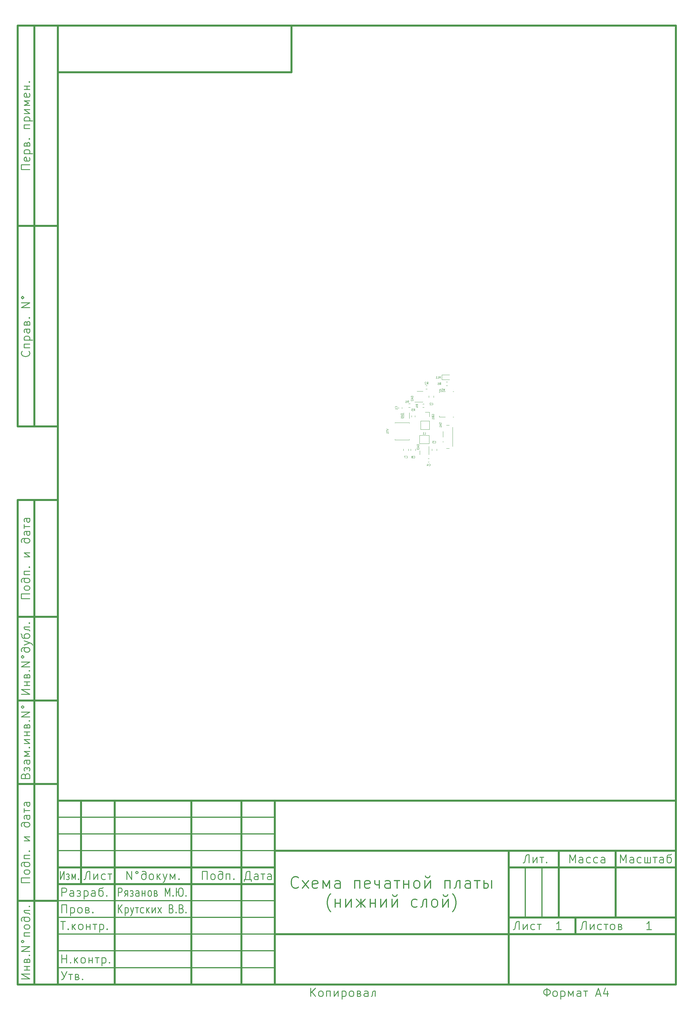
<source format=gbr>
%TF.GenerationSoftware,KiCad,Pcbnew,(6.0.0)*%
%TF.CreationDate,2022-01-12T10:47:11+03:00*%
%TF.ProjectId,Curse_PCB,43757273-655f-4504-9342-2e6b69636164,rev?*%
%TF.SameCoordinates,Original*%
%TF.FileFunction,Legend,Bot*%
%TF.FilePolarity,Positive*%
%FSLAX46Y46*%
G04 Gerber Fmt 4.6, Leading zero omitted, Abs format (unit mm)*
G04 Created by KiCad (PCBNEW (6.0.0)) date 2022-01-12 10:47:11*
%MOMM*%
%LPD*%
G01*
G04 APERTURE LIST*
%ADD10C,0.100000*%
%ADD11C,0.600000*%
%ADD12C,0.300000*%
%ADD13C,0.250000*%
%ADD14C,0.350000*%
%ADD15C,0.500000*%
%ADD16C,0.120000*%
G04 APERTURE END LIST*
D10*
D11*
X20000000Y-292002200D02*
X20000000Y-5000000D01*
X205007200Y-5000000D01*
X205007200Y-292002200D01*
X20000000Y-292002200D01*
D10*
D11*
X8000000Y-232002200D02*
X20000000Y-232002200D01*
D10*
D11*
X8000000Y-207002200D02*
X20000000Y-207002200D01*
D10*
D11*
X8000000Y-182002200D02*
X20000000Y-182002200D01*
D10*
D11*
X90000000Y-5000000D02*
X90000000Y-19000000D01*
D10*
D11*
X20000000Y-19000000D02*
X90000000Y-19000000D01*
D10*
D11*
X8000000Y-147002200D02*
X20000000Y-147002200D01*
D10*
D11*
X8000000Y-292002200D02*
X20000000Y-292002200D01*
D10*
D11*
X8000000Y-267002200D02*
X20000000Y-267002200D01*
D10*
D11*
X85007200Y-237002200D02*
X85007200Y-292002200D01*
D10*
D11*
X75007200Y-237002200D02*
X75007200Y-292002200D01*
D10*
D11*
X60007200Y-237002200D02*
X60007200Y-292002200D01*
D10*
D11*
X37007200Y-237002200D02*
X37007200Y-292002200D01*
D10*
D11*
X27007200Y-237002200D02*
X27007200Y-262002200D01*
D10*
D12*
X20007200Y-252002200D02*
X85007200Y-252002200D01*
D10*
D12*
X20007200Y-247002200D02*
X85007200Y-247002200D01*
D10*
D12*
X20007200Y-242002200D02*
X85007200Y-242002200D01*
D10*
D11*
X20007200Y-262002200D02*
X85007200Y-262002200D01*
D10*
D11*
X20007200Y-257002200D02*
X85007200Y-257002200D01*
D10*
D12*
X20007200Y-287002200D02*
X85007200Y-287002200D01*
D10*
D12*
X20007200Y-282002200D02*
X85007200Y-282002200D01*
D10*
D12*
X20007200Y-277002200D02*
X85007200Y-277002200D01*
D10*
D12*
X20007200Y-272002200D02*
X85007200Y-272002200D01*
D10*
D12*
X20007200Y-267002200D02*
X85007200Y-267002200D01*
D10*
D11*
X20007200Y-237002200D02*
X205007200Y-237002200D01*
D10*
D11*
X8000000Y-147002200D02*
X8000000Y-292002200D01*
D10*
D11*
X13000000Y-147002200D02*
X13000000Y-292002200D01*
D10*
D12*
X160007200Y-257002200D02*
X160007200Y-272002200D01*
D10*
D12*
X165007200Y-257002200D02*
X165007200Y-272002200D01*
D10*
D11*
X170007200Y-252002200D02*
X170007200Y-272002200D01*
D10*
D11*
X187007200Y-252002200D02*
X187007200Y-272002200D01*
D10*
D11*
X155007200Y-272002200D02*
X205007200Y-272002200D01*
D10*
D11*
X155007200Y-257002200D02*
X205007200Y-257002200D01*
D10*
D11*
X155007200Y-252002200D02*
X155007200Y-292002200D01*
D10*
D11*
X85007200Y-277002200D02*
X205007200Y-277002200D01*
D10*
D11*
X85007200Y-252002200D02*
X205007200Y-252002200D01*
D10*
D11*
X20007200Y-292002200D02*
X20007200Y-237002200D01*
D10*
D11*
X175007200Y-272002200D02*
X175007200Y-277002200D01*
D10*
D11*
X8000000Y-5002200D02*
X20000000Y-5002200D01*
D10*
D11*
X8000000Y-65002200D02*
X20000000Y-65002200D01*
D10*
D11*
X8000000Y-125002200D02*
X20000000Y-125002200D01*
D10*
D11*
X8000000Y-5002200D02*
X8000000Y-125002200D01*
D10*
D11*
X13000000Y-5002200D02*
X13000000Y-125002200D01*
D10*
D13*
X40709580Y-260633152D02*
X40709580Y-258133152D01*
X42138152Y-260633152D01*
X42138152Y-258133152D01*
X43685771Y-258133152D02*
X43447676Y-258252200D01*
X43328628Y-258490295D01*
X43447676Y-258728390D01*
X43685771Y-258847438D01*
X43923866Y-258728390D01*
X44042914Y-258490295D01*
X43923866Y-258252200D01*
X43685771Y-258133152D01*
X46423866Y-259204580D02*
X46304819Y-259085533D01*
X46066723Y-258966485D01*
X45590533Y-258966485D01*
X45352438Y-259085533D01*
X45233390Y-259204580D01*
X45114342Y-259442676D01*
X45114342Y-260156961D01*
X45233390Y-260395057D01*
X45352438Y-260514104D01*
X45590533Y-260633152D01*
X45947676Y-260633152D01*
X46185771Y-260514104D01*
X46304819Y-260395057D01*
X46423866Y-260156961D01*
X46423866Y-258609342D01*
X46304819Y-258371247D01*
X46185771Y-258252200D01*
X45947676Y-258133152D01*
X45471485Y-258133152D01*
X45233390Y-258252200D01*
X47852438Y-260633152D02*
X47614342Y-260514104D01*
X47495295Y-260395057D01*
X47376247Y-260156961D01*
X47376247Y-259442676D01*
X47495295Y-259204580D01*
X47614342Y-259085533D01*
X47852438Y-258966485D01*
X48209580Y-258966485D01*
X48447676Y-259085533D01*
X48566723Y-259204580D01*
X48685771Y-259442676D01*
X48685771Y-260156961D01*
X48566723Y-260395057D01*
X48447676Y-260514104D01*
X48209580Y-260633152D01*
X47852438Y-260633152D01*
X49757200Y-258966485D02*
X49757200Y-260633152D01*
X49995295Y-259680771D02*
X50709580Y-260633152D01*
X50709580Y-258966485D02*
X49757200Y-259918866D01*
X51542914Y-258966485D02*
X52138152Y-260633152D01*
X52733390Y-258966485D02*
X52138152Y-260633152D01*
X51900057Y-261228390D01*
X51781009Y-261347438D01*
X51542914Y-261466485D01*
X53685771Y-260633152D02*
X53685771Y-258966485D01*
X54400057Y-260276009D01*
X55114342Y-258966485D01*
X55114342Y-260633152D01*
X56304819Y-260395057D02*
X56423866Y-260514104D01*
X56304819Y-260633152D01*
X56185771Y-260514104D01*
X56304819Y-260395057D01*
X56304819Y-260633152D01*
D10*
D13*
X10321428Y-229561723D02*
X10440476Y-229204580D01*
X10559523Y-229085533D01*
X10797619Y-228966485D01*
X11154761Y-228966485D01*
X11392857Y-229085533D01*
X11511904Y-229204580D01*
X11630952Y-229442676D01*
X11630952Y-230395057D01*
X9130952Y-230395057D01*
X9130952Y-229561723D01*
X9250000Y-229323628D01*
X9369047Y-229204580D01*
X9607142Y-229085533D01*
X9845238Y-229085533D01*
X10083333Y-229204580D01*
X10202380Y-229323628D01*
X10321428Y-229561723D01*
X10321428Y-230395057D01*
X10797619Y-227656961D02*
X10797619Y-227418866D01*
X10083333Y-228133152D02*
X9964285Y-227895057D01*
X9964285Y-227418866D01*
X10083333Y-227180771D01*
X10321428Y-227061723D01*
X10440476Y-227061723D01*
X10678571Y-227180771D01*
X10797619Y-227418866D01*
X10916666Y-227180771D01*
X11154761Y-227061723D01*
X11273809Y-227061723D01*
X11511904Y-227180771D01*
X11630952Y-227418866D01*
X11630952Y-227895057D01*
X11511904Y-228133152D01*
X11630952Y-224918866D02*
X10321428Y-224918866D01*
X10083333Y-225037914D01*
X9964285Y-225276009D01*
X9964285Y-225752200D01*
X10083333Y-225990295D01*
X11511904Y-224918866D02*
X11630952Y-225156961D01*
X11630952Y-225752200D01*
X11511904Y-225990295D01*
X11273809Y-226109342D01*
X11035714Y-226109342D01*
X10797619Y-225990295D01*
X10678571Y-225752200D01*
X10678571Y-225156961D01*
X10559523Y-224918866D01*
X11630952Y-223728390D02*
X9964285Y-223728390D01*
X11273809Y-223014104D01*
X9964285Y-222299819D01*
X11630952Y-222299819D01*
X11392857Y-221109342D02*
X11511904Y-220990295D01*
X11630952Y-221109342D01*
X11511904Y-221228390D01*
X11392857Y-221109342D01*
X11630952Y-221109342D01*
X9964285Y-219918866D02*
X11630952Y-219918866D01*
X9964285Y-218728390D01*
X11630952Y-218728390D01*
X10797619Y-217537914D02*
X10797619Y-216466485D01*
X9964285Y-217537914D02*
X11630952Y-217537914D01*
X9964285Y-216466485D02*
X11630952Y-216466485D01*
X10797619Y-214680771D02*
X10916666Y-214323628D01*
X11154761Y-214204580D01*
X11273809Y-214204580D01*
X11511904Y-214323628D01*
X11630952Y-214561723D01*
X11630952Y-215276009D01*
X9964285Y-215276009D01*
X9964285Y-214680771D01*
X10083333Y-214442676D01*
X10321428Y-214323628D01*
X10440476Y-214323628D01*
X10678571Y-214442676D01*
X10797619Y-214680771D01*
X10797619Y-215276009D01*
X11392857Y-213133152D02*
X11511904Y-213014104D01*
X11630952Y-213133152D01*
X11511904Y-213252200D01*
X11392857Y-213133152D01*
X11630952Y-213133152D01*
X11630952Y-211942676D02*
X9130952Y-211942676D01*
X11630952Y-210514104D01*
X9130952Y-210514104D01*
X9130952Y-208966485D02*
X9250000Y-209204580D01*
X9488095Y-209323628D01*
X9726190Y-209204580D01*
X9845238Y-208966485D01*
X9726190Y-208728390D01*
X9488095Y-208609342D01*
X9250000Y-208728390D01*
X9130952Y-208966485D01*
D10*
D13*
X77983390Y-261228390D02*
X77983390Y-260633152D01*
X75840533Y-260633152D01*
X75840533Y-261228390D01*
X77507200Y-260633152D02*
X77507200Y-258133152D01*
X76911961Y-258133152D01*
X76673866Y-258252200D01*
X76554819Y-258371247D01*
X76435771Y-258609342D01*
X76197676Y-260633152D01*
X80007200Y-260633152D02*
X80007200Y-259323628D01*
X79888152Y-259085533D01*
X79650057Y-258966485D01*
X79173866Y-258966485D01*
X78935771Y-259085533D01*
X80007200Y-260514104D02*
X79769104Y-260633152D01*
X79173866Y-260633152D01*
X78935771Y-260514104D01*
X78816723Y-260276009D01*
X78816723Y-260037914D01*
X78935771Y-259799819D01*
X79173866Y-259680771D01*
X79769104Y-259680771D01*
X80007200Y-259561723D01*
X80840533Y-258966485D02*
X82031009Y-258966485D01*
X81435771Y-258966485D02*
X81435771Y-260633152D01*
X83935771Y-260633152D02*
X83935771Y-259323628D01*
X83816723Y-259085533D01*
X83578628Y-258966485D01*
X83102438Y-258966485D01*
X82864342Y-259085533D01*
X83935771Y-260514104D02*
X83697676Y-260633152D01*
X83102438Y-260633152D01*
X82864342Y-260514104D01*
X82745295Y-260276009D01*
X82745295Y-260037914D01*
X82864342Y-259799819D01*
X83102438Y-259680771D01*
X83697676Y-259680771D01*
X83935771Y-259561723D01*
D10*
D13*
X20822225Y-258133152D02*
X20822225Y-260633152D01*
X21896215Y-258133152D01*
X21896215Y-260633152D01*
X22970205Y-259799819D02*
X23149203Y-259799819D01*
X22612208Y-259085533D02*
X22791206Y-258966485D01*
X23149203Y-258966485D01*
X23328201Y-259085533D01*
X23417700Y-259323628D01*
X23417700Y-259442676D01*
X23328201Y-259680771D01*
X23149203Y-259799819D01*
X23328201Y-259918866D01*
X23417700Y-260156961D01*
X23417700Y-260276009D01*
X23328201Y-260514104D01*
X23149203Y-260633152D01*
X22791206Y-260633152D01*
X22612208Y-260514104D01*
X24223193Y-260633152D02*
X24223193Y-258966485D01*
X24760188Y-260276009D01*
X25297182Y-258966485D01*
X25297182Y-260633152D01*
X26192174Y-260395057D02*
X26281673Y-260514104D01*
X26192174Y-260633152D01*
X26102675Y-260514104D01*
X26192174Y-260395057D01*
X26192174Y-260633152D01*
D10*
D13*
X9130952Y-205156961D02*
X11630952Y-205156961D01*
X9130952Y-203728390D01*
X11630952Y-203728390D01*
X10797619Y-202537914D02*
X10797619Y-201466485D01*
X9964285Y-202537914D02*
X11630952Y-202537914D01*
X9964285Y-201466485D02*
X11630952Y-201466485D01*
X10797619Y-199680771D02*
X10916666Y-199323628D01*
X11154761Y-199204580D01*
X11273809Y-199204580D01*
X11511904Y-199323628D01*
X11630952Y-199561723D01*
X11630952Y-200276009D01*
X9964285Y-200276009D01*
X9964285Y-199680771D01*
X10083333Y-199442676D01*
X10321428Y-199323628D01*
X10440476Y-199323628D01*
X10678571Y-199442676D01*
X10797619Y-199680771D01*
X10797619Y-200276009D01*
X11392857Y-198133152D02*
X11511904Y-198014104D01*
X11630952Y-198133152D01*
X11511904Y-198252200D01*
X11392857Y-198133152D01*
X11630952Y-198133152D01*
X11630952Y-196942676D02*
X9130952Y-196942676D01*
X11630952Y-195514104D01*
X9130952Y-195514104D01*
X9130952Y-193966485D02*
X9250000Y-194204580D01*
X9488095Y-194323628D01*
X9726190Y-194204580D01*
X9845238Y-193966485D01*
X9726190Y-193728390D01*
X9488095Y-193609342D01*
X9250000Y-193728390D01*
X9130952Y-193966485D01*
X10202380Y-191228390D02*
X10083333Y-191347438D01*
X9964285Y-191585533D01*
X9964285Y-192061723D01*
X10083333Y-192299819D01*
X10202380Y-192418866D01*
X10440476Y-192537914D01*
X11154761Y-192537914D01*
X11392857Y-192418866D01*
X11511904Y-192299819D01*
X11630952Y-192061723D01*
X11630952Y-191704580D01*
X11511904Y-191466485D01*
X11392857Y-191347438D01*
X11154761Y-191228390D01*
X9607142Y-191228390D01*
X9369047Y-191347438D01*
X9250000Y-191466485D01*
X9130952Y-191704580D01*
X9130952Y-192180771D01*
X9250000Y-192418866D01*
X9964285Y-190395057D02*
X11630952Y-189799819D01*
X9964285Y-189204580D02*
X11630952Y-189799819D01*
X12226190Y-190037914D01*
X12345238Y-190156961D01*
X12464285Y-190395057D01*
X9011904Y-187061723D02*
X9130952Y-187180771D01*
X9250000Y-187418866D01*
X9250000Y-187895057D01*
X9369047Y-188133152D01*
X9488095Y-188252200D01*
X9726190Y-188371247D01*
X11154761Y-188371247D01*
X11392857Y-188252200D01*
X11511904Y-188133152D01*
X11630952Y-187895057D01*
X11630952Y-187537914D01*
X11511904Y-187299819D01*
X11392857Y-187180771D01*
X11154761Y-187061723D01*
X10440476Y-187061723D01*
X10202380Y-187180771D01*
X10083333Y-187299819D01*
X9964285Y-187537914D01*
X9964285Y-188014104D01*
X10083333Y-188252200D01*
X10202380Y-188371247D01*
X11630952Y-185037914D02*
X9964285Y-185037914D01*
X9964285Y-185395057D01*
X10083333Y-185633152D01*
X10321428Y-185752200D01*
X11273809Y-185871247D01*
X11511904Y-185990295D01*
X11630952Y-186228390D01*
X11392857Y-183847438D02*
X11511904Y-183728390D01*
X11630952Y-183847438D01*
X11511904Y-183966485D01*
X11392857Y-183847438D01*
X11630952Y-183847438D01*
D10*
D13*
X9130952Y-290335533D02*
X11630952Y-290335533D01*
X9130952Y-288906961D01*
X11630952Y-288906961D01*
X10797619Y-287716485D02*
X10797619Y-286645057D01*
X9964285Y-287716485D02*
X11630952Y-287716485D01*
X9964285Y-286645057D02*
X11630952Y-286645057D01*
X10797619Y-284859342D02*
X10916666Y-284502200D01*
X11154761Y-284383152D01*
X11273809Y-284383152D01*
X11511904Y-284502200D01*
X11630952Y-284740295D01*
X11630952Y-285454580D01*
X9964285Y-285454580D01*
X9964285Y-284859342D01*
X10083333Y-284621247D01*
X10321428Y-284502200D01*
X10440476Y-284502200D01*
X10678571Y-284621247D01*
X10797619Y-284859342D01*
X10797619Y-285454580D01*
X11392857Y-283311723D02*
X11511904Y-283192676D01*
X11630952Y-283311723D01*
X11511904Y-283430771D01*
X11392857Y-283311723D01*
X11630952Y-283311723D01*
X11630952Y-282121247D02*
X9130952Y-282121247D01*
X11630952Y-280692676D01*
X9130952Y-280692676D01*
X9130952Y-279145057D02*
X9250000Y-279383152D01*
X9488095Y-279502200D01*
X9726190Y-279383152D01*
X9845238Y-279145057D01*
X9726190Y-278906961D01*
X9488095Y-278787914D01*
X9250000Y-278906961D01*
X9130952Y-279145057D01*
X11630952Y-277597438D02*
X9964285Y-277597438D01*
X9964285Y-276526009D01*
X11630952Y-276526009D01*
X11630952Y-274978390D02*
X11511904Y-275216485D01*
X11392857Y-275335533D01*
X11154761Y-275454580D01*
X10440476Y-275454580D01*
X10202380Y-275335533D01*
X10083333Y-275216485D01*
X9964285Y-274978390D01*
X9964285Y-274621247D01*
X10083333Y-274383152D01*
X10202380Y-274264104D01*
X10440476Y-274145057D01*
X11154761Y-274145057D01*
X11392857Y-274264104D01*
X11511904Y-274383152D01*
X11630952Y-274621247D01*
X11630952Y-274978390D01*
X10202380Y-271883152D02*
X10083333Y-272002200D01*
X9964285Y-272240295D01*
X9964285Y-272716485D01*
X10083333Y-272954580D01*
X10202380Y-273073628D01*
X10440476Y-273192676D01*
X11154761Y-273192676D01*
X11392857Y-273073628D01*
X11511904Y-272954580D01*
X11630952Y-272716485D01*
X11630952Y-272359342D01*
X11511904Y-272121247D01*
X11392857Y-272002200D01*
X11154761Y-271883152D01*
X9607142Y-271883152D01*
X9369047Y-272002200D01*
X9250000Y-272121247D01*
X9130952Y-272359342D01*
X9130952Y-272835533D01*
X9250000Y-273073628D01*
X11630952Y-269859342D02*
X9964285Y-269859342D01*
X9964285Y-270216485D01*
X10083333Y-270454580D01*
X10321428Y-270573628D01*
X11273809Y-270692676D01*
X11511904Y-270811723D01*
X11630952Y-271049819D01*
X11392857Y-268668866D02*
X11511904Y-268549819D01*
X11630952Y-268668866D01*
X11511904Y-268787914D01*
X11392857Y-268668866D01*
X11630952Y-268668866D01*
D10*
D13*
X95727438Y-295633152D02*
X95727438Y-293133152D01*
X97156009Y-295633152D02*
X96084580Y-294204580D01*
X97156009Y-293133152D02*
X95727438Y-294561723D01*
X98584580Y-295633152D02*
X98346485Y-295514104D01*
X98227438Y-295395057D01*
X98108390Y-295156961D01*
X98108390Y-294442676D01*
X98227438Y-294204580D01*
X98346485Y-294085533D01*
X98584580Y-293966485D01*
X98941723Y-293966485D01*
X99179819Y-294085533D01*
X99298866Y-294204580D01*
X99417914Y-294442676D01*
X99417914Y-295156961D01*
X99298866Y-295395057D01*
X99179819Y-295514104D01*
X98941723Y-295633152D01*
X98584580Y-295633152D01*
X100489342Y-295633152D02*
X100489342Y-293966485D01*
X101560771Y-293966485D01*
X101560771Y-295633152D01*
X102751247Y-293966485D02*
X102751247Y-295633152D01*
X103941723Y-293966485D01*
X103941723Y-295633152D01*
X105132200Y-293966485D02*
X105132200Y-296466485D01*
X105132200Y-294085533D02*
X105370295Y-293966485D01*
X105846485Y-293966485D01*
X106084580Y-294085533D01*
X106203628Y-294204580D01*
X106322676Y-294442676D01*
X106322676Y-295156961D01*
X106203628Y-295395057D01*
X106084580Y-295514104D01*
X105846485Y-295633152D01*
X105370295Y-295633152D01*
X105132200Y-295514104D01*
X107751247Y-295633152D02*
X107513152Y-295514104D01*
X107394104Y-295395057D01*
X107275057Y-295156961D01*
X107275057Y-294442676D01*
X107394104Y-294204580D01*
X107513152Y-294085533D01*
X107751247Y-293966485D01*
X108108390Y-293966485D01*
X108346485Y-294085533D01*
X108465533Y-294204580D01*
X108584580Y-294442676D01*
X108584580Y-295156961D01*
X108465533Y-295395057D01*
X108346485Y-295514104D01*
X108108390Y-295633152D01*
X107751247Y-295633152D01*
X110251247Y-294799819D02*
X110608390Y-294918866D01*
X110727438Y-295156961D01*
X110727438Y-295276009D01*
X110608390Y-295514104D01*
X110370295Y-295633152D01*
X109656009Y-295633152D01*
X109656009Y-293966485D01*
X110251247Y-293966485D01*
X110489342Y-294085533D01*
X110608390Y-294323628D01*
X110608390Y-294442676D01*
X110489342Y-294680771D01*
X110251247Y-294799819D01*
X109656009Y-294799819D01*
X112870295Y-295633152D02*
X112870295Y-294323628D01*
X112751247Y-294085533D01*
X112513152Y-293966485D01*
X112036961Y-293966485D01*
X111798866Y-294085533D01*
X112870295Y-295514104D02*
X112632200Y-295633152D01*
X112036961Y-295633152D01*
X111798866Y-295514104D01*
X111679819Y-295276009D01*
X111679819Y-295037914D01*
X111798866Y-294799819D01*
X112036961Y-294680771D01*
X112632200Y-294680771D01*
X112870295Y-294561723D01*
X115013152Y-295633152D02*
X115013152Y-293966485D01*
X114656009Y-293966485D01*
X114417914Y-294085533D01*
X114298866Y-294323628D01*
X114179819Y-295276009D01*
X114060771Y-295514104D01*
X113822676Y-295633152D01*
D10*
D13*
X158156009Y-275633152D02*
X158156009Y-273133152D01*
X157798866Y-273133152D01*
X157441723Y-273252200D01*
X157203628Y-273490295D01*
X157084580Y-273847438D01*
X156846485Y-275276009D01*
X156727438Y-275514104D01*
X156489342Y-275633152D01*
X156370295Y-275633152D01*
X159346485Y-273966485D02*
X159346485Y-275633152D01*
X160536961Y-273966485D01*
X160536961Y-275633152D01*
X162798866Y-275514104D02*
X162560771Y-275633152D01*
X162084580Y-275633152D01*
X161846485Y-275514104D01*
X161727438Y-275395057D01*
X161608390Y-275156961D01*
X161608390Y-274442676D01*
X161727438Y-274204580D01*
X161846485Y-274085533D01*
X162084580Y-273966485D01*
X162560771Y-273966485D01*
X162798866Y-274085533D01*
X163513152Y-273966485D02*
X164703628Y-273966485D01*
X164108390Y-273966485D02*
X164108390Y-275633152D01*
D10*
D13*
X29626247Y-260633152D02*
X29626247Y-258133152D01*
X29269104Y-258133152D01*
X28911961Y-258252200D01*
X28673866Y-258490295D01*
X28554819Y-258847438D01*
X28316723Y-260276009D01*
X28197676Y-260514104D01*
X27959580Y-260633152D01*
X27840533Y-260633152D01*
X30816723Y-258966485D02*
X30816723Y-260633152D01*
X32007200Y-258966485D01*
X32007200Y-260633152D01*
X34269104Y-260514104D02*
X34031009Y-260633152D01*
X33554819Y-260633152D01*
X33316723Y-260514104D01*
X33197676Y-260395057D01*
X33078628Y-260156961D01*
X33078628Y-259442676D01*
X33197676Y-259204580D01*
X33316723Y-259085533D01*
X33554819Y-258966485D01*
X34031009Y-258966485D01*
X34269104Y-259085533D01*
X34983390Y-258966485D02*
X36173866Y-258966485D01*
X35578628Y-258966485D02*
X35578628Y-260633152D01*
D10*
D13*
X178156009Y-275633152D02*
X178156009Y-273133152D01*
X177798866Y-273133152D01*
X177441723Y-273252200D01*
X177203628Y-273490295D01*
X177084580Y-273847438D01*
X176846485Y-275276009D01*
X176727438Y-275514104D01*
X176489342Y-275633152D01*
X176370295Y-275633152D01*
X179346485Y-273966485D02*
X179346485Y-275633152D01*
X180536961Y-273966485D01*
X180536961Y-275633152D01*
X182798866Y-275514104D02*
X182560771Y-275633152D01*
X182084580Y-275633152D01*
X181846485Y-275514104D01*
X181727438Y-275395057D01*
X181608390Y-275156961D01*
X181608390Y-274442676D01*
X181727438Y-274204580D01*
X181846485Y-274085533D01*
X182084580Y-273966485D01*
X182560771Y-273966485D01*
X182798866Y-274085533D01*
X183513152Y-273966485D02*
X184703628Y-273966485D01*
X184108390Y-273966485D02*
X184108390Y-275633152D01*
X185894104Y-275633152D02*
X185656009Y-275514104D01*
X185536961Y-275395057D01*
X185417914Y-275156961D01*
X185417914Y-274442676D01*
X185536961Y-274204580D01*
X185656009Y-274085533D01*
X185894104Y-273966485D01*
X186251247Y-273966485D01*
X186489342Y-274085533D01*
X186608390Y-274204580D01*
X186727438Y-274442676D01*
X186727438Y-275156961D01*
X186608390Y-275395057D01*
X186489342Y-275514104D01*
X186251247Y-275633152D01*
X185894104Y-275633152D01*
X188394104Y-274799819D02*
X188751247Y-274918866D01*
X188870295Y-275156961D01*
X188870295Y-275276009D01*
X188751247Y-275514104D01*
X188513152Y-275633152D01*
X187798866Y-275633152D01*
X187798866Y-273966485D01*
X188394104Y-273966485D01*
X188632200Y-274085533D01*
X188751247Y-274323628D01*
X188751247Y-274442676D01*
X188632200Y-274680771D01*
X188394104Y-274799819D01*
X187798866Y-274799819D01*
D10*
D13*
X161102438Y-255633152D02*
X161102438Y-253133152D01*
X160745295Y-253133152D01*
X160388152Y-253252200D01*
X160150057Y-253490295D01*
X160031009Y-253847438D01*
X159792914Y-255276009D01*
X159673866Y-255514104D01*
X159435771Y-255633152D01*
X159316723Y-255633152D01*
X162292914Y-253966485D02*
X162292914Y-255633152D01*
X163483390Y-253966485D01*
X163483390Y-255633152D01*
X164316723Y-253966485D02*
X165507200Y-253966485D01*
X164911961Y-253966485D02*
X164911961Y-255633152D01*
X166340533Y-255395057D02*
X166459580Y-255514104D01*
X166340533Y-255633152D01*
X166221485Y-255514104D01*
X166340533Y-255395057D01*
X166340533Y-255633152D01*
D10*
D13*
X173269104Y-255633152D02*
X173269104Y-253133152D01*
X174102438Y-254918866D01*
X174935771Y-253133152D01*
X174935771Y-255633152D01*
X177197676Y-255633152D02*
X177197676Y-254323628D01*
X177078628Y-254085533D01*
X176840533Y-253966485D01*
X176364342Y-253966485D01*
X176126247Y-254085533D01*
X177197676Y-255514104D02*
X176959580Y-255633152D01*
X176364342Y-255633152D01*
X176126247Y-255514104D01*
X176007200Y-255276009D01*
X176007200Y-255037914D01*
X176126247Y-254799819D01*
X176364342Y-254680771D01*
X176959580Y-254680771D01*
X177197676Y-254561723D01*
X179459580Y-255514104D02*
X179221485Y-255633152D01*
X178745295Y-255633152D01*
X178507200Y-255514104D01*
X178388152Y-255395057D01*
X178269104Y-255156961D01*
X178269104Y-254442676D01*
X178388152Y-254204580D01*
X178507200Y-254085533D01*
X178745295Y-253966485D01*
X179221485Y-253966485D01*
X179459580Y-254085533D01*
X181602438Y-255514104D02*
X181364342Y-255633152D01*
X180888152Y-255633152D01*
X180650057Y-255514104D01*
X180531009Y-255395057D01*
X180411961Y-255156961D01*
X180411961Y-254442676D01*
X180531009Y-254204580D01*
X180650057Y-254085533D01*
X180888152Y-253966485D01*
X181364342Y-253966485D01*
X181602438Y-254085533D01*
X183745295Y-255633152D02*
X183745295Y-254323628D01*
X183626247Y-254085533D01*
X183388152Y-253966485D01*
X182911961Y-253966485D01*
X182673866Y-254085533D01*
X183745295Y-255514104D02*
X183507200Y-255633152D01*
X182911961Y-255633152D01*
X182673866Y-255514104D01*
X182554819Y-255276009D01*
X182554819Y-255037914D01*
X182673866Y-254799819D01*
X182911961Y-254680771D01*
X183507200Y-254680771D01*
X183745295Y-254561723D01*
D10*
D13*
X188447676Y-255633152D02*
X188447676Y-253133152D01*
X189281009Y-254918866D01*
X190114342Y-253133152D01*
X190114342Y-255633152D01*
X192376247Y-255633152D02*
X192376247Y-254323628D01*
X192257200Y-254085533D01*
X192019104Y-253966485D01*
X191542914Y-253966485D01*
X191304819Y-254085533D01*
X192376247Y-255514104D02*
X192138152Y-255633152D01*
X191542914Y-255633152D01*
X191304819Y-255514104D01*
X191185771Y-255276009D01*
X191185771Y-255037914D01*
X191304819Y-254799819D01*
X191542914Y-254680771D01*
X192138152Y-254680771D01*
X192376247Y-254561723D01*
X194638152Y-255514104D02*
X194400057Y-255633152D01*
X193923866Y-255633152D01*
X193685771Y-255514104D01*
X193566723Y-255395057D01*
X193447676Y-255156961D01*
X193447676Y-254442676D01*
X193566723Y-254204580D01*
X193685771Y-254085533D01*
X193923866Y-253966485D01*
X194400057Y-253966485D01*
X194638152Y-254085533D01*
X196542914Y-253966485D02*
X196542914Y-255633152D01*
X195709580Y-253966485D02*
X195709580Y-255633152D01*
X197376247Y-255633152D01*
X197376247Y-253966485D01*
X198209580Y-253966485D02*
X199400057Y-253966485D01*
X198804819Y-253966485D02*
X198804819Y-255633152D01*
X201304819Y-255633152D02*
X201304819Y-254323628D01*
X201185771Y-254085533D01*
X200947676Y-253966485D01*
X200471485Y-253966485D01*
X200233390Y-254085533D01*
X201304819Y-255514104D02*
X201066723Y-255633152D01*
X200471485Y-255633152D01*
X200233390Y-255514104D01*
X200114342Y-255276009D01*
X200114342Y-255037914D01*
X200233390Y-254799819D01*
X200471485Y-254680771D01*
X201066723Y-254680771D01*
X201304819Y-254561723D01*
X203685771Y-253014104D02*
X203566723Y-253133152D01*
X203328628Y-253252200D01*
X202852438Y-253252200D01*
X202614342Y-253371247D01*
X202495295Y-253490295D01*
X202376247Y-253728390D01*
X202376247Y-255156961D01*
X202495295Y-255395057D01*
X202614342Y-255514104D01*
X202852438Y-255633152D01*
X203209580Y-255633152D01*
X203447676Y-255514104D01*
X203566723Y-255395057D01*
X203685771Y-255156961D01*
X203685771Y-254442676D01*
X203566723Y-254204580D01*
X203447676Y-254085533D01*
X203209580Y-253966485D01*
X202733390Y-253966485D01*
X202495295Y-254085533D01*
X202376247Y-254204580D01*
D10*
D13*
X21227438Y-285633152D02*
X21227438Y-283133152D01*
X21227438Y-284323628D02*
X22656009Y-284323628D01*
X22656009Y-285633152D02*
X22656009Y-283133152D01*
X23846485Y-285395057D02*
X23965533Y-285514104D01*
X23846485Y-285633152D01*
X23727438Y-285514104D01*
X23846485Y-285395057D01*
X23846485Y-285633152D01*
X25036961Y-283966485D02*
X25036961Y-285633152D01*
X25275057Y-284680771D02*
X25989342Y-285633152D01*
X25989342Y-283966485D02*
X25036961Y-284918866D01*
X27417914Y-285633152D02*
X27179819Y-285514104D01*
X27060771Y-285395057D01*
X26941723Y-285156961D01*
X26941723Y-284442676D01*
X27060771Y-284204580D01*
X27179819Y-284085533D01*
X27417914Y-283966485D01*
X27775057Y-283966485D01*
X28013152Y-284085533D01*
X28132200Y-284204580D01*
X28251247Y-284442676D01*
X28251247Y-285156961D01*
X28132200Y-285395057D01*
X28013152Y-285514104D01*
X27775057Y-285633152D01*
X27417914Y-285633152D01*
X29322676Y-284799819D02*
X30394104Y-284799819D01*
X29322676Y-283966485D02*
X29322676Y-285633152D01*
X30394104Y-283966485D02*
X30394104Y-285633152D01*
X31227438Y-283966485D02*
X32417914Y-283966485D01*
X31822676Y-283966485D02*
X31822676Y-285633152D01*
X33251247Y-283966485D02*
X33251247Y-286466485D01*
X33251247Y-284085533D02*
X33489342Y-283966485D01*
X33965533Y-283966485D01*
X34203628Y-284085533D01*
X34322676Y-284204580D01*
X34441723Y-284442676D01*
X34441723Y-285156961D01*
X34322676Y-285395057D01*
X34203628Y-285514104D01*
X33965533Y-285633152D01*
X33489342Y-285633152D01*
X33251247Y-285514104D01*
X35513152Y-285395057D02*
X35632200Y-285514104D01*
X35513152Y-285633152D01*
X35394104Y-285514104D01*
X35513152Y-285395057D01*
X35513152Y-285633152D01*
D10*
D13*
X11630952Y-48097438D02*
X9130952Y-48097438D01*
X9130952Y-46668866D01*
X11630952Y-46668866D01*
X11511904Y-44526009D02*
X11630952Y-44764104D01*
X11630952Y-45240295D01*
X11511904Y-45478390D01*
X11273809Y-45597438D01*
X10321428Y-45597438D01*
X10083333Y-45478390D01*
X9964285Y-45240295D01*
X9964285Y-44764104D01*
X10083333Y-44526009D01*
X10321428Y-44406961D01*
X10559523Y-44406961D01*
X10797619Y-45597438D01*
X9964285Y-43335533D02*
X12464285Y-43335533D01*
X10083333Y-43335533D02*
X9964285Y-43097438D01*
X9964285Y-42621247D01*
X10083333Y-42383152D01*
X10202380Y-42264104D01*
X10440476Y-42145057D01*
X11154761Y-42145057D01*
X11392857Y-42264104D01*
X11511904Y-42383152D01*
X11630952Y-42621247D01*
X11630952Y-43097438D01*
X11511904Y-43335533D01*
X10797619Y-40478390D02*
X10916666Y-40121247D01*
X11154761Y-40002200D01*
X11273809Y-40002200D01*
X11511904Y-40121247D01*
X11630952Y-40359342D01*
X11630952Y-41073628D01*
X9964285Y-41073628D01*
X9964285Y-40478390D01*
X10083333Y-40240295D01*
X10321428Y-40121247D01*
X10440476Y-40121247D01*
X10678571Y-40240295D01*
X10797619Y-40478390D01*
X10797619Y-41073628D01*
X11392857Y-38930771D02*
X11511904Y-38811723D01*
X11630952Y-38930771D01*
X11511904Y-39049819D01*
X11392857Y-38930771D01*
X11630952Y-38930771D01*
X11630952Y-35835533D02*
X9964285Y-35835533D01*
X9964285Y-34764104D01*
X11630952Y-34764104D01*
X9964285Y-33573628D02*
X12464285Y-33573628D01*
X10083333Y-33573628D02*
X9964285Y-33335533D01*
X9964285Y-32859342D01*
X10083333Y-32621247D01*
X10202380Y-32502200D01*
X10440476Y-32383152D01*
X11154761Y-32383152D01*
X11392857Y-32502200D01*
X11511904Y-32621247D01*
X11630952Y-32859342D01*
X11630952Y-33335533D01*
X11511904Y-33573628D01*
X9964285Y-31311723D02*
X11630952Y-31311723D01*
X9964285Y-30121247D01*
X11630952Y-30121247D01*
X11630952Y-28930771D02*
X9964285Y-28930771D01*
X11273809Y-28216485D01*
X9964285Y-27502200D01*
X11630952Y-27502200D01*
X11511904Y-25359342D02*
X11630952Y-25597438D01*
X11630952Y-26073628D01*
X11511904Y-26311723D01*
X11273809Y-26430771D01*
X10321428Y-26430771D01*
X10083333Y-26311723D01*
X9964285Y-26073628D01*
X9964285Y-25597438D01*
X10083333Y-25359342D01*
X10321428Y-25240295D01*
X10559523Y-25240295D01*
X10797619Y-26430771D01*
X10797619Y-24168866D02*
X10797619Y-23097438D01*
X9964285Y-24168866D02*
X11630952Y-24168866D01*
X9964285Y-23097438D02*
X11630952Y-23097438D01*
X11392857Y-21906961D02*
X11511904Y-21787914D01*
X11630952Y-21906961D01*
X11511904Y-22026009D01*
X11392857Y-21906961D01*
X11630952Y-21906961D01*
D10*
D13*
X11630952Y-261526009D02*
X9130952Y-261526009D01*
X9130952Y-260097438D01*
X11630952Y-260097438D01*
X11630952Y-258549819D02*
X11511904Y-258787914D01*
X11392857Y-258906961D01*
X11154761Y-259026009D01*
X10440476Y-259026009D01*
X10202380Y-258906961D01*
X10083333Y-258787914D01*
X9964285Y-258549819D01*
X9964285Y-258192676D01*
X10083333Y-257954580D01*
X10202380Y-257835533D01*
X10440476Y-257716485D01*
X11154761Y-257716485D01*
X11392857Y-257835533D01*
X11511904Y-257954580D01*
X11630952Y-258192676D01*
X11630952Y-258549819D01*
X10202380Y-255454580D02*
X10083333Y-255573628D01*
X9964285Y-255811723D01*
X9964285Y-256287914D01*
X10083333Y-256526009D01*
X10202380Y-256645057D01*
X10440476Y-256764104D01*
X11154761Y-256764104D01*
X11392857Y-256645057D01*
X11511904Y-256526009D01*
X11630952Y-256287914D01*
X11630952Y-255930771D01*
X11511904Y-255692676D01*
X11392857Y-255573628D01*
X11154761Y-255454580D01*
X9607142Y-255454580D01*
X9369047Y-255573628D01*
X9250000Y-255692676D01*
X9130952Y-255930771D01*
X9130952Y-256406961D01*
X9250000Y-256645057D01*
X11630952Y-254383152D02*
X9964285Y-254383152D01*
X9964285Y-253311723D01*
X11630952Y-253311723D01*
X11392857Y-252121247D02*
X11511904Y-252002200D01*
X11630952Y-252121247D01*
X11511904Y-252240295D01*
X11392857Y-252121247D01*
X11630952Y-252121247D01*
X9964285Y-249026009D02*
X11630952Y-249026009D01*
X9964285Y-247835533D01*
X11630952Y-247835533D01*
X10202380Y-243549819D02*
X10083333Y-243668866D01*
X9964285Y-243906961D01*
X9964285Y-244383152D01*
X10083333Y-244621247D01*
X10202380Y-244740295D01*
X10440476Y-244859342D01*
X11154761Y-244859342D01*
X11392857Y-244740295D01*
X11511904Y-244621247D01*
X11630952Y-244383152D01*
X11630952Y-244026009D01*
X11511904Y-243787914D01*
X11392857Y-243668866D01*
X11154761Y-243549819D01*
X9607142Y-243549819D01*
X9369047Y-243668866D01*
X9250000Y-243787914D01*
X9130952Y-244026009D01*
X9130952Y-244502200D01*
X9250000Y-244740295D01*
X11630952Y-241406961D02*
X10321428Y-241406961D01*
X10083333Y-241526009D01*
X9964285Y-241764104D01*
X9964285Y-242240295D01*
X10083333Y-242478390D01*
X11511904Y-241406961D02*
X11630952Y-241645057D01*
X11630952Y-242240295D01*
X11511904Y-242478390D01*
X11273809Y-242597438D01*
X11035714Y-242597438D01*
X10797619Y-242478390D01*
X10678571Y-242240295D01*
X10678571Y-241645057D01*
X10559523Y-241406961D01*
X9964285Y-240573628D02*
X9964285Y-239383152D01*
X9964285Y-239978390D02*
X11630952Y-239978390D01*
X11630952Y-237478390D02*
X10321428Y-237478390D01*
X10083333Y-237597438D01*
X9964285Y-237835533D01*
X9964285Y-238311723D01*
X10083333Y-238549819D01*
X11511904Y-237478390D02*
X11630952Y-237716485D01*
X11630952Y-238311723D01*
X11511904Y-238549819D01*
X11273809Y-238668866D01*
X11035714Y-238668866D01*
X10797619Y-238549819D01*
X10678571Y-238311723D01*
X10678571Y-237716485D01*
X10559523Y-237478390D01*
D10*
D13*
X11630952Y-176526009D02*
X9130952Y-176526009D01*
X9130952Y-175097438D01*
X11630952Y-175097438D01*
X11630952Y-173549819D02*
X11511904Y-173787914D01*
X11392857Y-173906961D01*
X11154761Y-174026009D01*
X10440476Y-174026009D01*
X10202380Y-173906961D01*
X10083333Y-173787914D01*
X9964285Y-173549819D01*
X9964285Y-173192676D01*
X10083333Y-172954580D01*
X10202380Y-172835533D01*
X10440476Y-172716485D01*
X11154761Y-172716485D01*
X11392857Y-172835533D01*
X11511904Y-172954580D01*
X11630952Y-173192676D01*
X11630952Y-173549819D01*
X10202380Y-170454580D02*
X10083333Y-170573628D01*
X9964285Y-170811723D01*
X9964285Y-171287914D01*
X10083333Y-171526009D01*
X10202380Y-171645057D01*
X10440476Y-171764104D01*
X11154761Y-171764104D01*
X11392857Y-171645057D01*
X11511904Y-171526009D01*
X11630952Y-171287914D01*
X11630952Y-170930771D01*
X11511904Y-170692676D01*
X11392857Y-170573628D01*
X11154761Y-170454580D01*
X9607142Y-170454580D01*
X9369047Y-170573628D01*
X9250000Y-170692676D01*
X9130952Y-170930771D01*
X9130952Y-171406961D01*
X9250000Y-171645057D01*
X11630952Y-169383152D02*
X9964285Y-169383152D01*
X9964285Y-168311723D01*
X11630952Y-168311723D01*
X11392857Y-167121247D02*
X11511904Y-167002200D01*
X11630952Y-167121247D01*
X11511904Y-167240295D01*
X11392857Y-167121247D01*
X11630952Y-167121247D01*
X9964285Y-164026009D02*
X11630952Y-164026009D01*
X9964285Y-162835533D01*
X11630952Y-162835533D01*
X10202380Y-158549819D02*
X10083333Y-158668866D01*
X9964285Y-158906961D01*
X9964285Y-159383152D01*
X10083333Y-159621247D01*
X10202380Y-159740295D01*
X10440476Y-159859342D01*
X11154761Y-159859342D01*
X11392857Y-159740295D01*
X11511904Y-159621247D01*
X11630952Y-159383152D01*
X11630952Y-159026009D01*
X11511904Y-158787914D01*
X11392857Y-158668866D01*
X11154761Y-158549819D01*
X9607142Y-158549819D01*
X9369047Y-158668866D01*
X9250000Y-158787914D01*
X9130952Y-159026009D01*
X9130952Y-159502200D01*
X9250000Y-159740295D01*
X11630952Y-156406961D02*
X10321428Y-156406961D01*
X10083333Y-156526009D01*
X9964285Y-156764104D01*
X9964285Y-157240295D01*
X10083333Y-157478390D01*
X11511904Y-156406961D02*
X11630952Y-156645057D01*
X11630952Y-157240295D01*
X11511904Y-157478390D01*
X11273809Y-157597438D01*
X11035714Y-157597438D01*
X10797619Y-157478390D01*
X10678571Y-157240295D01*
X10678571Y-156645057D01*
X10559523Y-156406961D01*
X9964285Y-155573628D02*
X9964285Y-154383152D01*
X9964285Y-154978390D02*
X11630952Y-154978390D01*
X11630952Y-152478390D02*
X10321428Y-152478390D01*
X10083333Y-152597438D01*
X9964285Y-152835533D01*
X9964285Y-153311723D01*
X10083333Y-153549819D01*
X11511904Y-152478390D02*
X11630952Y-152716485D01*
X11630952Y-153311723D01*
X11511904Y-153549819D01*
X11273809Y-153668866D01*
X11035714Y-153668866D01*
X10797619Y-153549819D01*
X10678571Y-153311723D01*
X10678571Y-152716485D01*
X10559523Y-152478390D01*
D10*
D13*
X63304819Y-260633152D02*
X63304819Y-258133152D01*
X64733390Y-258133152D01*
X64733390Y-260633152D01*
X66281009Y-260633152D02*
X66042914Y-260514104D01*
X65923866Y-260395057D01*
X65804819Y-260156961D01*
X65804819Y-259442676D01*
X65923866Y-259204580D01*
X66042914Y-259085533D01*
X66281009Y-258966485D01*
X66638152Y-258966485D01*
X66876247Y-259085533D01*
X66995295Y-259204580D01*
X67114342Y-259442676D01*
X67114342Y-260156961D01*
X66995295Y-260395057D01*
X66876247Y-260514104D01*
X66638152Y-260633152D01*
X66281009Y-260633152D01*
X69376247Y-259204580D02*
X69257200Y-259085533D01*
X69019104Y-258966485D01*
X68542914Y-258966485D01*
X68304819Y-259085533D01*
X68185771Y-259204580D01*
X68066723Y-259442676D01*
X68066723Y-260156961D01*
X68185771Y-260395057D01*
X68304819Y-260514104D01*
X68542914Y-260633152D01*
X68900057Y-260633152D01*
X69138152Y-260514104D01*
X69257200Y-260395057D01*
X69376247Y-260156961D01*
X69376247Y-258609342D01*
X69257200Y-258371247D01*
X69138152Y-258252200D01*
X68900057Y-258133152D01*
X68423866Y-258133152D01*
X68185771Y-258252200D01*
X70447676Y-260633152D02*
X70447676Y-258966485D01*
X71519104Y-258966485D01*
X71519104Y-260633152D01*
X72709580Y-260395057D02*
X72828628Y-260514104D01*
X72709580Y-260633152D01*
X72590533Y-260514104D01*
X72709580Y-260395057D01*
X72709580Y-260633152D01*
D10*
D13*
X21227438Y-270633152D02*
X21227438Y-268133152D01*
X22656009Y-268133152D01*
X22656009Y-270633152D01*
X23846485Y-268966485D02*
X23846485Y-271466485D01*
X23846485Y-269085533D02*
X24084580Y-268966485D01*
X24560771Y-268966485D01*
X24798866Y-269085533D01*
X24917914Y-269204580D01*
X25036961Y-269442676D01*
X25036961Y-270156961D01*
X24917914Y-270395057D01*
X24798866Y-270514104D01*
X24560771Y-270633152D01*
X24084580Y-270633152D01*
X23846485Y-270514104D01*
X26465533Y-270633152D02*
X26227438Y-270514104D01*
X26108390Y-270395057D01*
X25989342Y-270156961D01*
X25989342Y-269442676D01*
X26108390Y-269204580D01*
X26227438Y-269085533D01*
X26465533Y-268966485D01*
X26822676Y-268966485D01*
X27060771Y-269085533D01*
X27179819Y-269204580D01*
X27298866Y-269442676D01*
X27298866Y-270156961D01*
X27179819Y-270395057D01*
X27060771Y-270514104D01*
X26822676Y-270633152D01*
X26465533Y-270633152D01*
X28965533Y-269799819D02*
X29322676Y-269918866D01*
X29441723Y-270156961D01*
X29441723Y-270276009D01*
X29322676Y-270514104D01*
X29084580Y-270633152D01*
X28370295Y-270633152D01*
X28370295Y-268966485D01*
X28965533Y-268966485D01*
X29203628Y-269085533D01*
X29322676Y-269323628D01*
X29322676Y-269442676D01*
X29203628Y-269680771D01*
X28965533Y-269799819D01*
X28370295Y-269799819D01*
X30513152Y-270395057D02*
X30632200Y-270514104D01*
X30513152Y-270633152D01*
X30394104Y-270514104D01*
X30513152Y-270395057D01*
X30513152Y-270633152D01*
D10*
D13*
X21227438Y-265633152D02*
X21227438Y-263133152D01*
X22179819Y-263133152D01*
X22417914Y-263252200D01*
X22536961Y-263371247D01*
X22656009Y-263609342D01*
X22656009Y-263966485D01*
X22536961Y-264204580D01*
X22417914Y-264323628D01*
X22179819Y-264442676D01*
X21227438Y-264442676D01*
X24798866Y-265633152D02*
X24798866Y-264323628D01*
X24679819Y-264085533D01*
X24441723Y-263966485D01*
X23965533Y-263966485D01*
X23727438Y-264085533D01*
X24798866Y-265514104D02*
X24560771Y-265633152D01*
X23965533Y-265633152D01*
X23727438Y-265514104D01*
X23608390Y-265276009D01*
X23608390Y-265037914D01*
X23727438Y-264799819D01*
X23965533Y-264680771D01*
X24560771Y-264680771D01*
X24798866Y-264561723D01*
X26227438Y-264799819D02*
X26465533Y-264799819D01*
X25751247Y-264085533D02*
X25989342Y-263966485D01*
X26465533Y-263966485D01*
X26703628Y-264085533D01*
X26822676Y-264323628D01*
X26822676Y-264442676D01*
X26703628Y-264680771D01*
X26465533Y-264799819D01*
X26703628Y-264918866D01*
X26822676Y-265156961D01*
X26822676Y-265276009D01*
X26703628Y-265514104D01*
X26465533Y-265633152D01*
X25989342Y-265633152D01*
X25751247Y-265514104D01*
X27894104Y-263966485D02*
X27894104Y-266466485D01*
X27894104Y-264085533D02*
X28132200Y-263966485D01*
X28608390Y-263966485D01*
X28846485Y-264085533D01*
X28965533Y-264204580D01*
X29084580Y-264442676D01*
X29084580Y-265156961D01*
X28965533Y-265395057D01*
X28846485Y-265514104D01*
X28608390Y-265633152D01*
X28132200Y-265633152D01*
X27894104Y-265514104D01*
X31227438Y-265633152D02*
X31227438Y-264323628D01*
X31108390Y-264085533D01*
X30870295Y-263966485D01*
X30394104Y-263966485D01*
X30156009Y-264085533D01*
X31227438Y-265514104D02*
X30989342Y-265633152D01*
X30394104Y-265633152D01*
X30156009Y-265514104D01*
X30036961Y-265276009D01*
X30036961Y-265037914D01*
X30156009Y-264799819D01*
X30394104Y-264680771D01*
X30989342Y-264680771D01*
X31227438Y-264561723D01*
X33608390Y-263014104D02*
X33489342Y-263133152D01*
X33251247Y-263252200D01*
X32775057Y-263252200D01*
X32536961Y-263371247D01*
X32417914Y-263490295D01*
X32298866Y-263728390D01*
X32298866Y-265156961D01*
X32417914Y-265395057D01*
X32536961Y-265514104D01*
X32775057Y-265633152D01*
X33132200Y-265633152D01*
X33370295Y-265514104D01*
X33489342Y-265395057D01*
X33608390Y-265156961D01*
X33608390Y-264442676D01*
X33489342Y-264204580D01*
X33370295Y-264085533D01*
X33132200Y-263966485D01*
X32656009Y-263966485D01*
X32417914Y-264085533D01*
X32298866Y-264204580D01*
X34679819Y-265395057D02*
X34798866Y-265514104D01*
X34679819Y-265633152D01*
X34560771Y-265514104D01*
X34679819Y-265395057D01*
X34679819Y-265633152D01*
D10*
D13*
X11392857Y-102502200D02*
X11511904Y-102621247D01*
X11630952Y-102978390D01*
X11630952Y-103216485D01*
X11511904Y-103573628D01*
X11273809Y-103811723D01*
X11035714Y-103930771D01*
X10559523Y-104049819D01*
X10202380Y-104049819D01*
X9726190Y-103930771D01*
X9488095Y-103811723D01*
X9250000Y-103573628D01*
X9130952Y-103216485D01*
X9130952Y-102978390D01*
X9250000Y-102621247D01*
X9369047Y-102502200D01*
X11630952Y-101430771D02*
X9964285Y-101430771D01*
X9964285Y-100359342D01*
X11630952Y-100359342D01*
X9964285Y-99168866D02*
X12464285Y-99168866D01*
X10083333Y-99168866D02*
X9964285Y-98930771D01*
X9964285Y-98454580D01*
X10083333Y-98216485D01*
X10202380Y-98097438D01*
X10440476Y-97978390D01*
X11154761Y-97978390D01*
X11392857Y-98097438D01*
X11511904Y-98216485D01*
X11630952Y-98454580D01*
X11630952Y-98930771D01*
X11511904Y-99168866D01*
X11630952Y-95835533D02*
X10321428Y-95835533D01*
X10083333Y-95954580D01*
X9964285Y-96192676D01*
X9964285Y-96668866D01*
X10083333Y-96906961D01*
X11511904Y-95835533D02*
X11630952Y-96073628D01*
X11630952Y-96668866D01*
X11511904Y-96906961D01*
X11273809Y-97026009D01*
X11035714Y-97026009D01*
X10797619Y-96906961D01*
X10678571Y-96668866D01*
X10678571Y-96073628D01*
X10559523Y-95835533D01*
X10797619Y-94049819D02*
X10916666Y-93692676D01*
X11154761Y-93573628D01*
X11273809Y-93573628D01*
X11511904Y-93692676D01*
X11630952Y-93930771D01*
X11630952Y-94645057D01*
X9964285Y-94645057D01*
X9964285Y-94049819D01*
X10083333Y-93811723D01*
X10321428Y-93692676D01*
X10440476Y-93692676D01*
X10678571Y-93811723D01*
X10797619Y-94049819D01*
X10797619Y-94645057D01*
X11392857Y-92502200D02*
X11511904Y-92383152D01*
X11630952Y-92502200D01*
X11511904Y-92621247D01*
X11392857Y-92502200D01*
X11630952Y-92502200D01*
X11630952Y-89406961D02*
X9130952Y-89406961D01*
X11630952Y-87978390D01*
X9130952Y-87978390D01*
X9130952Y-86430771D02*
X9250000Y-86668866D01*
X9488095Y-86787914D01*
X9726190Y-86668866D01*
X9845238Y-86430771D01*
X9726190Y-86192676D01*
X9488095Y-86073628D01*
X9250000Y-86192676D01*
X9130952Y-86430771D01*
D10*
D13*
X20870295Y-273133152D02*
X22298866Y-273133152D01*
X21584580Y-275633152D02*
X21584580Y-273133152D01*
X23132200Y-275395057D02*
X23251247Y-275514104D01*
X23132200Y-275633152D01*
X23013152Y-275514104D01*
X23132200Y-275395057D01*
X23132200Y-275633152D01*
X24322676Y-273966485D02*
X24322676Y-275633152D01*
X24560771Y-274680771D02*
X25275057Y-275633152D01*
X25275057Y-273966485D02*
X24322676Y-274918866D01*
X26703628Y-275633152D02*
X26465533Y-275514104D01*
X26346485Y-275395057D01*
X26227438Y-275156961D01*
X26227438Y-274442676D01*
X26346485Y-274204580D01*
X26465533Y-274085533D01*
X26703628Y-273966485D01*
X27060771Y-273966485D01*
X27298866Y-274085533D01*
X27417914Y-274204580D01*
X27536961Y-274442676D01*
X27536961Y-275156961D01*
X27417914Y-275395057D01*
X27298866Y-275514104D01*
X27060771Y-275633152D01*
X26703628Y-275633152D01*
X28608390Y-274799819D02*
X29679819Y-274799819D01*
X28608390Y-273966485D02*
X28608390Y-275633152D01*
X29679819Y-273966485D02*
X29679819Y-275633152D01*
X30513152Y-273966485D02*
X31703628Y-273966485D01*
X31108390Y-273966485D02*
X31108390Y-275633152D01*
X32536961Y-273966485D02*
X32536961Y-276466485D01*
X32536961Y-274085533D02*
X32775057Y-273966485D01*
X33251247Y-273966485D01*
X33489342Y-274085533D01*
X33608390Y-274204580D01*
X33727438Y-274442676D01*
X33727438Y-275156961D01*
X33608390Y-275395057D01*
X33489342Y-275514104D01*
X33251247Y-275633152D01*
X32775057Y-275633152D01*
X32536961Y-275514104D01*
X34798866Y-275395057D02*
X34917914Y-275514104D01*
X34798866Y-275633152D01*
X34679819Y-275514104D01*
X34798866Y-275395057D01*
X34798866Y-275633152D01*
D10*
D13*
X21108390Y-288133152D02*
X21941723Y-289799819D01*
X22775057Y-288133152D02*
X21703628Y-290276009D01*
X21465533Y-290514104D01*
X21227438Y-290633152D01*
X21108390Y-290633152D01*
X23251247Y-288966485D02*
X24441723Y-288966485D01*
X23846485Y-288966485D02*
X23846485Y-290633152D01*
X25870295Y-289799819D02*
X26227438Y-289918866D01*
X26346485Y-290156961D01*
X26346485Y-290276009D01*
X26227438Y-290514104D01*
X25989342Y-290633152D01*
X25275057Y-290633152D01*
X25275057Y-288966485D01*
X25870295Y-288966485D01*
X26108390Y-289085533D01*
X26227438Y-289323628D01*
X26227438Y-289442676D01*
X26108390Y-289680771D01*
X25870295Y-289799819D01*
X25275057Y-289799819D01*
X27417914Y-290395057D02*
X27536961Y-290514104D01*
X27417914Y-290633152D01*
X27298866Y-290514104D01*
X27417914Y-290395057D01*
X27417914Y-290633152D01*
D10*
D13*
X166441723Y-295633152D02*
X166441723Y-293133152D01*
X166203628Y-293490295D02*
X166679819Y-293490295D01*
X167036961Y-293609342D01*
X167275057Y-293847438D01*
X167394104Y-294085533D01*
X167394104Y-294561723D01*
X167275057Y-294799819D01*
X167036961Y-295037914D01*
X166679819Y-295156961D01*
X166203628Y-295156961D01*
X165846485Y-295037914D01*
X165608390Y-294799819D01*
X165489342Y-294561723D01*
X165489342Y-294085533D01*
X165608390Y-293847438D01*
X165846485Y-293609342D01*
X166203628Y-293490295D01*
X168703628Y-295633152D02*
X168465533Y-295514104D01*
X168346485Y-295395057D01*
X168227438Y-295156961D01*
X168227438Y-294442676D01*
X168346485Y-294204580D01*
X168465533Y-294085533D01*
X168703628Y-293966485D01*
X169060771Y-293966485D01*
X169298866Y-294085533D01*
X169417914Y-294204580D01*
X169536961Y-294442676D01*
X169536961Y-295156961D01*
X169417914Y-295395057D01*
X169298866Y-295514104D01*
X169060771Y-295633152D01*
X168703628Y-295633152D01*
X170608390Y-293966485D02*
X170608390Y-296466485D01*
X170608390Y-294085533D02*
X170846485Y-293966485D01*
X171322676Y-293966485D01*
X171560771Y-294085533D01*
X171679819Y-294204580D01*
X171798866Y-294442676D01*
X171798866Y-295156961D01*
X171679819Y-295395057D01*
X171560771Y-295514104D01*
X171322676Y-295633152D01*
X170846485Y-295633152D01*
X170608390Y-295514104D01*
X172870295Y-295633152D02*
X172870295Y-293966485D01*
X173584580Y-295276009D01*
X174298866Y-293966485D01*
X174298866Y-295633152D01*
X176560771Y-295633152D02*
X176560771Y-294323628D01*
X176441723Y-294085533D01*
X176203628Y-293966485D01*
X175727438Y-293966485D01*
X175489342Y-294085533D01*
X176560771Y-295514104D02*
X176322676Y-295633152D01*
X175727438Y-295633152D01*
X175489342Y-295514104D01*
X175370295Y-295276009D01*
X175370295Y-295037914D01*
X175489342Y-294799819D01*
X175727438Y-294680771D01*
X176322676Y-294680771D01*
X176560771Y-294561723D01*
X177394104Y-293966485D02*
X178584580Y-293966485D01*
X177989342Y-293966485D02*
X177989342Y-295633152D01*
X181203628Y-294918866D02*
X182394104Y-294918866D01*
X180965533Y-295633152D02*
X181798866Y-293133152D01*
X182632200Y-295633152D01*
X184536961Y-293966485D02*
X184536961Y-295633152D01*
X183941723Y-293014104D02*
X183346485Y-294799819D01*
X184894104Y-294799819D01*
D10*
D13*
X197721485Y-275633152D02*
X196292914Y-275633152D01*
X197007200Y-275633152D02*
X197007200Y-273133152D01*
X196769104Y-273490295D01*
X196531009Y-273728390D01*
X196292914Y-273847438D01*
D10*
D13*
X170721485Y-275633152D02*
X169292914Y-275633152D01*
X170007200Y-275633152D02*
X170007200Y-273133152D01*
X169769104Y-273490295D01*
X169531009Y-273728390D01*
X169292914Y-273847438D01*
D10*
D14*
X92090533Y-262934700D02*
X91923866Y-263101366D01*
X91423866Y-263268033D01*
X91090533Y-263268033D01*
X90590533Y-263101366D01*
X90257200Y-262768033D01*
X90090533Y-262434700D01*
X89923866Y-261768033D01*
X89923866Y-261268033D01*
X90090533Y-260601366D01*
X90257200Y-260268033D01*
X90590533Y-259934700D01*
X91090533Y-259768033D01*
X91423866Y-259768033D01*
X91923866Y-259934700D01*
X92090533Y-260101366D01*
X93257200Y-263268033D02*
X95090533Y-260934700D01*
X93257200Y-260934700D02*
X95090533Y-263268033D01*
X97757200Y-263101366D02*
X97423866Y-263268033D01*
X96757200Y-263268033D01*
X96423866Y-263101366D01*
X96257200Y-262768033D01*
X96257200Y-261434700D01*
X96423866Y-261101366D01*
X96757200Y-260934700D01*
X97423866Y-260934700D01*
X97757200Y-261101366D01*
X97923866Y-261434700D01*
X97923866Y-261768033D01*
X96257200Y-262101366D01*
X99423866Y-263268033D02*
X99423866Y-260934700D01*
X100423866Y-262768033D01*
X101423866Y-260934700D01*
X101423866Y-263268033D01*
X104590533Y-263268033D02*
X104590533Y-261434700D01*
X104423866Y-261101366D01*
X104090533Y-260934700D01*
X103423866Y-260934700D01*
X103090533Y-261101366D01*
X104590533Y-263101366D02*
X104257200Y-263268033D01*
X103423866Y-263268033D01*
X103090533Y-263101366D01*
X102923866Y-262768033D01*
X102923866Y-262434700D01*
X103090533Y-262101366D01*
X103423866Y-261934700D01*
X104257200Y-261934700D01*
X104590533Y-261768033D01*
X108923866Y-263268033D02*
X108923866Y-260934700D01*
X110423866Y-260934700D01*
X110423866Y-263268033D01*
X113423866Y-263101366D02*
X113090533Y-263268033D01*
X112423866Y-263268033D01*
X112090533Y-263101366D01*
X111923866Y-262768033D01*
X111923866Y-261434700D01*
X112090533Y-261101366D01*
X112423866Y-260934700D01*
X113090533Y-260934700D01*
X113423866Y-261101366D01*
X113590533Y-261434700D01*
X113590533Y-261768033D01*
X111923866Y-262101366D01*
X116257200Y-260934700D02*
X116257200Y-263268033D01*
X114923866Y-260934700D02*
X114923866Y-261768033D01*
X115090533Y-262101366D01*
X115423866Y-262268033D01*
X116257200Y-262268033D01*
X119590533Y-263268033D02*
X119590533Y-261434700D01*
X119423866Y-261101366D01*
X119090533Y-260934700D01*
X118423866Y-260934700D01*
X118090533Y-261101366D01*
X119590533Y-263101366D02*
X119257200Y-263268033D01*
X118423866Y-263268033D01*
X118090533Y-263101366D01*
X117923866Y-262768033D01*
X117923866Y-262434700D01*
X118090533Y-262101366D01*
X118423866Y-261934700D01*
X119257200Y-261934700D01*
X119590533Y-261768033D01*
X120757200Y-260934700D02*
X122423866Y-260934700D01*
X121590533Y-260934700D02*
X121590533Y-263268033D01*
X123590533Y-262101366D02*
X125090533Y-262101366D01*
X123590533Y-260934700D02*
X123590533Y-263268033D01*
X125090533Y-260934700D02*
X125090533Y-263268033D01*
X127257200Y-263268033D02*
X126923866Y-263101366D01*
X126757200Y-262934700D01*
X126590533Y-262601366D01*
X126590533Y-261601366D01*
X126757200Y-261268033D01*
X126923866Y-261101366D01*
X127257200Y-260934700D01*
X127757200Y-260934700D01*
X128090533Y-261101366D01*
X128257200Y-261268033D01*
X128423866Y-261601366D01*
X128423866Y-262601366D01*
X128257200Y-262934700D01*
X128090533Y-263101366D01*
X127757200Y-263268033D01*
X127257200Y-263268033D01*
X129923866Y-260934700D02*
X129923866Y-263268033D01*
X131590533Y-260934700D01*
X131590533Y-263268033D01*
X130090533Y-259601366D02*
X130257200Y-259934700D01*
X130590533Y-260101366D01*
X130923866Y-260101366D01*
X131257200Y-259934700D01*
X131423866Y-259601366D01*
X135923866Y-263268033D02*
X135923866Y-260934700D01*
X137423866Y-260934700D01*
X137423866Y-263268033D01*
X140423866Y-263268033D02*
X140423866Y-260934700D01*
X139923866Y-260934700D01*
X139590533Y-261101366D01*
X139423866Y-261434700D01*
X139257200Y-262768033D01*
X139090533Y-263101366D01*
X138757200Y-263268033D01*
X143590533Y-263268033D02*
X143590533Y-261434700D01*
X143423866Y-261101366D01*
X143090533Y-260934700D01*
X142423866Y-260934700D01*
X142090533Y-261101366D01*
X143590533Y-263101366D02*
X143257200Y-263268033D01*
X142423866Y-263268033D01*
X142090533Y-263101366D01*
X141923866Y-262768033D01*
X141923866Y-262434700D01*
X142090533Y-262101366D01*
X142423866Y-261934700D01*
X143257200Y-261934700D01*
X143590533Y-261768033D01*
X144757200Y-260934700D02*
X146423866Y-260934700D01*
X145590533Y-260934700D02*
X145590533Y-263268033D01*
X149923866Y-260934700D02*
X149923866Y-263268033D01*
X147590533Y-260934700D02*
X147590533Y-263268033D01*
X148423866Y-263268033D01*
X148757200Y-263101366D01*
X148923866Y-262768033D01*
X148923866Y-262268033D01*
X148757200Y-261934700D01*
X148423866Y-261768033D01*
X147590533Y-261768033D01*
X101757200Y-270236366D02*
X101590533Y-270069700D01*
X101257200Y-269569700D01*
X101090533Y-269236366D01*
X100923866Y-268736366D01*
X100757200Y-267903033D01*
X100757200Y-267236366D01*
X100923866Y-266403033D01*
X101090533Y-265903033D01*
X101257200Y-265569700D01*
X101590533Y-265069700D01*
X101757200Y-264903033D01*
X103090533Y-267736366D02*
X104590533Y-267736366D01*
X103090533Y-266569700D02*
X103090533Y-268903033D01*
X104590533Y-266569700D02*
X104590533Y-268903033D01*
X106257200Y-266569700D02*
X106257200Y-268903033D01*
X107923866Y-266569700D01*
X107923866Y-268903033D01*
X110590533Y-267736366D02*
X109423866Y-268903033D01*
X110757200Y-267903033D02*
X109423866Y-266569700D01*
X110757200Y-266569700D02*
X110757200Y-268903033D01*
X112090533Y-268903033D02*
X110923866Y-267736366D01*
X112090533Y-266569700D02*
X110757200Y-267903033D01*
X113590533Y-267736366D02*
X115090533Y-267736366D01*
X113590533Y-266569700D02*
X113590533Y-268903033D01*
X115090533Y-266569700D02*
X115090533Y-268903033D01*
X116757200Y-266569700D02*
X116757200Y-268903033D01*
X118423866Y-266569700D01*
X118423866Y-268903033D01*
X120090533Y-266569700D02*
X120090533Y-268903033D01*
X121757200Y-266569700D01*
X121757200Y-268903033D01*
X120257200Y-265236366D02*
X120423866Y-265569700D01*
X120757200Y-265736366D01*
X121090533Y-265736366D01*
X121423866Y-265569700D01*
X121590533Y-265236366D01*
X127590533Y-268736366D02*
X127257200Y-268903033D01*
X126590533Y-268903033D01*
X126257200Y-268736366D01*
X126090533Y-268569700D01*
X125923866Y-268236366D01*
X125923866Y-267236366D01*
X126090533Y-266903033D01*
X126257200Y-266736366D01*
X126590533Y-266569700D01*
X127257200Y-266569700D01*
X127590533Y-266736366D01*
X130423866Y-268903033D02*
X130423866Y-266569700D01*
X129923866Y-266569700D01*
X129590533Y-266736366D01*
X129423866Y-267069700D01*
X129257200Y-268403033D01*
X129090533Y-268736366D01*
X128757200Y-268903033D01*
X132590533Y-268903033D02*
X132257200Y-268736366D01*
X132090533Y-268569700D01*
X131923866Y-268236366D01*
X131923866Y-267236366D01*
X132090533Y-266903033D01*
X132257200Y-266736366D01*
X132590533Y-266569700D01*
X133090533Y-266569700D01*
X133423866Y-266736366D01*
X133590533Y-266903033D01*
X133757200Y-267236366D01*
X133757200Y-268236366D01*
X133590533Y-268569700D01*
X133423866Y-268736366D01*
X133090533Y-268903033D01*
X132590533Y-268903033D01*
X135257200Y-266569700D02*
X135257200Y-268903033D01*
X136923866Y-266569700D01*
X136923866Y-268903033D01*
X135423866Y-265236366D02*
X135590533Y-265569700D01*
X135923866Y-265736366D01*
X136257200Y-265736366D01*
X136590533Y-265569700D01*
X136757200Y-265236366D01*
X138257200Y-270236366D02*
X138423866Y-270069700D01*
X138757200Y-269569700D01*
X138923866Y-269236366D01*
X139090533Y-268736366D01*
X139257200Y-267903033D01*
X139257200Y-267236366D01*
X139090533Y-266403033D01*
X138923866Y-265903033D01*
X138757200Y-265569700D01*
X138423866Y-265069700D01*
X138257200Y-264903033D01*
D10*
D14*
D10*
D15*
D10*
D14*
D10*
D13*
X38115074Y-265633152D02*
X38115074Y-263133152D01*
X38887673Y-263133152D01*
X39080822Y-263252200D01*
X39177397Y-263371247D01*
X39273972Y-263609342D01*
X39273972Y-263966485D01*
X39177397Y-264204580D01*
X39080822Y-264323628D01*
X38887673Y-264442676D01*
X38115074Y-264442676D01*
X40529445Y-264918866D02*
X40046571Y-265633152D01*
X40915745Y-265633152D02*
X40915745Y-263966485D01*
X40336296Y-263966485D01*
X40143146Y-264085533D01*
X40046571Y-264323628D01*
X40046571Y-264561723D01*
X40143146Y-264799819D01*
X40336296Y-264918866D01*
X40915745Y-264918866D01*
X42074643Y-264799819D02*
X42267793Y-264799819D01*
X41688344Y-264085533D02*
X41881493Y-263966485D01*
X42267793Y-263966485D01*
X42460942Y-264085533D01*
X42557517Y-264323628D01*
X42557517Y-264442676D01*
X42460942Y-264680771D01*
X42267793Y-264799819D01*
X42460942Y-264918866D01*
X42557517Y-265156961D01*
X42557517Y-265276009D01*
X42460942Y-265514104D01*
X42267793Y-265633152D01*
X41881493Y-265633152D01*
X41688344Y-265514104D01*
X44295865Y-265633152D02*
X44295865Y-264323628D01*
X44199290Y-264085533D01*
X44006140Y-263966485D01*
X43619841Y-263966485D01*
X43426691Y-264085533D01*
X44295865Y-265514104D02*
X44102715Y-265633152D01*
X43619841Y-265633152D01*
X43426691Y-265514104D01*
X43330116Y-265276009D01*
X43330116Y-265037914D01*
X43426691Y-264799819D01*
X43619841Y-264680771D01*
X44102715Y-264680771D01*
X44295865Y-264561723D01*
X45261613Y-264799819D02*
X46130787Y-264799819D01*
X45261613Y-263966485D02*
X45261613Y-265633152D01*
X46130787Y-263966485D02*
X46130787Y-265633152D01*
X47386260Y-265633152D02*
X47193110Y-265514104D01*
X47096536Y-265395057D01*
X46999961Y-265156961D01*
X46999961Y-264442676D01*
X47096536Y-264204580D01*
X47193110Y-264085533D01*
X47386260Y-263966485D01*
X47675985Y-263966485D01*
X47869134Y-264085533D01*
X47965709Y-264204580D01*
X48062284Y-264442676D01*
X48062284Y-265156961D01*
X47965709Y-265395057D01*
X47869134Y-265514104D01*
X47675985Y-265633152D01*
X47386260Y-265633152D01*
X49414332Y-264799819D02*
X49704057Y-264918866D01*
X49800632Y-265156961D01*
X49800632Y-265276009D01*
X49704057Y-265514104D01*
X49510907Y-265633152D01*
X48931458Y-265633152D01*
X48931458Y-263966485D01*
X49414332Y-263966485D01*
X49607482Y-264085533D01*
X49704057Y-264323628D01*
X49704057Y-264442676D01*
X49607482Y-264680771D01*
X49414332Y-264799819D01*
X48931458Y-264799819D01*
X52215003Y-265633152D02*
X52215003Y-263133152D01*
X52891027Y-264918866D01*
X53567051Y-263133152D01*
X53567051Y-265633152D01*
X54532800Y-265395057D02*
X54629374Y-265514104D01*
X54532800Y-265633152D01*
X54436225Y-265514104D01*
X54532800Y-265395057D01*
X54532800Y-265633152D01*
X55498548Y-263133152D02*
X55498548Y-265633152D01*
X56174572Y-264323628D02*
X55498548Y-264323628D01*
X56657446Y-263133152D02*
X57043746Y-263133152D01*
X57236896Y-263252200D01*
X57430045Y-263490295D01*
X57526620Y-263966485D01*
X57526620Y-264799819D01*
X57430045Y-265276009D01*
X57236896Y-265514104D01*
X57043746Y-265633152D01*
X56657446Y-265633152D01*
X56464297Y-265514104D01*
X56271147Y-265276009D01*
X56174572Y-264799819D01*
X56174572Y-263966485D01*
X56271147Y-263490295D01*
X56464297Y-263252200D01*
X56657446Y-263133152D01*
X58395794Y-265395057D02*
X58492369Y-265514104D01*
X58395794Y-265633152D01*
X58299219Y-265514104D01*
X58395794Y-265395057D01*
X58395794Y-265633152D01*
D10*
D13*
X38115074Y-270633152D02*
X38115074Y-268133152D01*
X39273972Y-270633152D02*
X38404798Y-269204580D01*
X39273972Y-268133152D02*
X38115074Y-269561723D01*
X40143146Y-268966485D02*
X40143146Y-271466485D01*
X40143146Y-269085533D02*
X40336296Y-268966485D01*
X40722595Y-268966485D01*
X40915745Y-269085533D01*
X41012320Y-269204580D01*
X41108894Y-269442676D01*
X41108894Y-270156961D01*
X41012320Y-270395057D01*
X40915745Y-270514104D01*
X40722595Y-270633152D01*
X40336296Y-270633152D01*
X40143146Y-270514104D01*
X41784918Y-268966485D02*
X42267793Y-270633152D01*
X42750667Y-268966485D02*
X42267793Y-270633152D01*
X42074643Y-271228390D01*
X41978068Y-271347438D01*
X41784918Y-271466485D01*
X43233541Y-268966485D02*
X44199290Y-268966485D01*
X43716416Y-268966485D02*
X43716416Y-270633152D01*
X45744488Y-270514104D02*
X45551338Y-270633152D01*
X45165038Y-270633152D01*
X44971889Y-270514104D01*
X44875314Y-270395057D01*
X44778739Y-270156961D01*
X44778739Y-269442676D01*
X44875314Y-269204580D01*
X44971889Y-269085533D01*
X45165038Y-268966485D01*
X45551338Y-268966485D01*
X45744488Y-269085533D01*
X46613661Y-268966485D02*
X46613661Y-270633152D01*
X46806811Y-269680771D02*
X47386260Y-270633152D01*
X47386260Y-268966485D02*
X46613661Y-269918866D01*
X48255434Y-268966485D02*
X48255434Y-270633152D01*
X49221182Y-268966485D01*
X49221182Y-270633152D01*
X49993781Y-270633152D02*
X51056105Y-268966485D01*
X49993781Y-268966485D02*
X51056105Y-270633152D01*
X54049925Y-269323628D02*
X54339650Y-269442676D01*
X54436225Y-269561723D01*
X54532800Y-269799819D01*
X54532800Y-270156961D01*
X54436225Y-270395057D01*
X54339650Y-270514104D01*
X54146500Y-270633152D01*
X53373901Y-270633152D01*
X53373901Y-268133152D01*
X54049925Y-268133152D01*
X54243075Y-268252200D01*
X54339650Y-268371247D01*
X54436225Y-268609342D01*
X54436225Y-268847438D01*
X54339650Y-269085533D01*
X54243075Y-269204580D01*
X54049925Y-269323628D01*
X53373901Y-269323628D01*
X55401973Y-270395057D02*
X55498548Y-270514104D01*
X55401973Y-270633152D01*
X55305398Y-270514104D01*
X55401973Y-270395057D01*
X55401973Y-270633152D01*
X57043746Y-269323628D02*
X57333470Y-269442676D01*
X57430045Y-269561723D01*
X57526620Y-269799819D01*
X57526620Y-270156961D01*
X57430045Y-270395057D01*
X57333470Y-270514104D01*
X57140321Y-270633152D01*
X56367722Y-270633152D01*
X56367722Y-268133152D01*
X57043746Y-268133152D01*
X57236896Y-268252200D01*
X57333470Y-268371247D01*
X57430045Y-268609342D01*
X57430045Y-268847438D01*
X57333470Y-269085533D01*
X57236896Y-269204580D01*
X57043746Y-269323628D01*
X56367722Y-269323628D01*
X58395794Y-270395057D02*
X58492369Y-270514104D01*
X58395794Y-270633152D01*
X58299219Y-270514104D01*
X58395794Y-270395057D01*
X58395794Y-270633152D01*
D10*
D13*
D10*
D13*
D10*
D13*
D16*
%TO.C,C1*%
X121548891Y-119374606D02*
X121577463Y-119346034D01*
X121606034Y-119260320D01*
X121606034Y-119203177D01*
X121577463Y-119117463D01*
X121520320Y-119060320D01*
X121463177Y-119031748D01*
X121348891Y-119003177D01*
X121263177Y-119003177D01*
X121148891Y-119031748D01*
X121091748Y-119060320D01*
X121034606Y-119117463D01*
X121006034Y-119203177D01*
X121006034Y-119260320D01*
X121034606Y-119346034D01*
X121063177Y-119374606D01*
X121606034Y-119946034D02*
X121606034Y-119603177D01*
X121606034Y-119774606D02*
X121006034Y-119774606D01*
X121091748Y-119717463D01*
X121148891Y-119660320D01*
X121177463Y-119603177D01*
%TO.C,C3*%
X132814606Y-129958891D02*
X132843177Y-129987463D01*
X132928891Y-130016034D01*
X132986034Y-130016034D01*
X133071748Y-129987463D01*
X133128891Y-129930320D01*
X133157463Y-129873177D01*
X133186034Y-129758891D01*
X133186034Y-129673177D01*
X133157463Y-129558891D01*
X133128891Y-129501748D01*
X133071748Y-129444606D01*
X132986034Y-129416034D01*
X132928891Y-129416034D01*
X132843177Y-129444606D01*
X132814606Y-129473177D01*
X132614606Y-129416034D02*
X132243177Y-129416034D01*
X132443177Y-129644606D01*
X132357463Y-129644606D01*
X132300320Y-129673177D01*
X132271748Y-129701748D01*
X132243177Y-129758891D01*
X132243177Y-129901748D01*
X132271748Y-129958891D01*
X132300320Y-129987463D01*
X132357463Y-130016034D01*
X132528891Y-130016034D01*
X132586034Y-129987463D01*
X132614606Y-129958891D01*
%TO.C,C4*%
X131134606Y-136758891D02*
X131163177Y-136787463D01*
X131248891Y-136816034D01*
X131306034Y-136816034D01*
X131391748Y-136787463D01*
X131448891Y-136730320D01*
X131477463Y-136673177D01*
X131506034Y-136558891D01*
X131506034Y-136473177D01*
X131477463Y-136358891D01*
X131448891Y-136301748D01*
X131391748Y-136244606D01*
X131306034Y-136216034D01*
X131248891Y-136216034D01*
X131163177Y-136244606D01*
X131134606Y-136273177D01*
X130620320Y-136416034D02*
X130620320Y-136816034D01*
X130763177Y-136187463D02*
X130906034Y-136616034D01*
X130534606Y-136616034D01*
%TO.C,C7*%
X124344606Y-134398891D02*
X124373177Y-134427463D01*
X124458891Y-134456034D01*
X124516034Y-134456034D01*
X124601748Y-134427463D01*
X124658891Y-134370320D01*
X124687463Y-134313177D01*
X124716034Y-134198891D01*
X124716034Y-134113177D01*
X124687463Y-133998891D01*
X124658891Y-133941748D01*
X124601748Y-133884606D01*
X124516034Y-133856034D01*
X124458891Y-133856034D01*
X124373177Y-133884606D01*
X124344606Y-133913177D01*
X124144606Y-133856034D02*
X123744606Y-133856034D01*
X124001748Y-134456034D01*
%TO.C,C8*%
X126534606Y-134408891D02*
X126563177Y-134437463D01*
X126648891Y-134466034D01*
X126706034Y-134466034D01*
X126791748Y-134437463D01*
X126848891Y-134380320D01*
X126877463Y-134323177D01*
X126906034Y-134208891D01*
X126906034Y-134123177D01*
X126877463Y-134008891D01*
X126848891Y-133951748D01*
X126791748Y-133894606D01*
X126706034Y-133866034D01*
X126648891Y-133866034D01*
X126563177Y-133894606D01*
X126534606Y-133923177D01*
X126191748Y-134123177D02*
X126248891Y-134094606D01*
X126277463Y-134066034D01*
X126306034Y-134008891D01*
X126306034Y-133980320D01*
X126277463Y-133923177D01*
X126248891Y-133894606D01*
X126191748Y-133866034D01*
X126077463Y-133866034D01*
X126020320Y-133894606D01*
X125991748Y-133923177D01*
X125963177Y-133980320D01*
X125963177Y-134008891D01*
X125991748Y-134066034D01*
X126020320Y-134094606D01*
X126077463Y-134123177D01*
X126191748Y-134123177D01*
X126248891Y-134151748D01*
X126277463Y-134180320D01*
X126306034Y-134237463D01*
X126306034Y-134351748D01*
X126277463Y-134408891D01*
X126248891Y-134437463D01*
X126191748Y-134466034D01*
X126077463Y-134466034D01*
X126020320Y-134437463D01*
X125991748Y-134408891D01*
X125963177Y-134351748D01*
X125963177Y-134237463D01*
X125991748Y-134180320D01*
X126020320Y-134151748D01*
X126077463Y-134123177D01*
%TO.C,DA1*%
X123316034Y-121194606D02*
X122716034Y-121194606D01*
X122716034Y-121337463D01*
X122744606Y-121423177D01*
X122801748Y-121480320D01*
X122858891Y-121508891D01*
X122973177Y-121537463D01*
X123058891Y-121537463D01*
X123173177Y-121508891D01*
X123230320Y-121480320D01*
X123287463Y-121423177D01*
X123316034Y-121337463D01*
X123316034Y-121194606D01*
X123144606Y-121766034D02*
X123144606Y-122051748D01*
X123316034Y-121708891D02*
X122716034Y-121908891D01*
X123316034Y-122108891D01*
X123316034Y-122623177D02*
X123316034Y-122280320D01*
X123316034Y-122451748D02*
X122716034Y-122451748D01*
X122801748Y-122394606D01*
X122858891Y-122337463D01*
X122887463Y-122280320D01*
%TO.C,DA3*%
X128146034Y-130434606D02*
X127546034Y-130434606D01*
X127546034Y-130577463D01*
X127574606Y-130663177D01*
X127631748Y-130720320D01*
X127688891Y-130748891D01*
X127803177Y-130777463D01*
X127888891Y-130777463D01*
X128003177Y-130748891D01*
X128060320Y-130720320D01*
X128117463Y-130663177D01*
X128146034Y-130577463D01*
X128146034Y-130434606D01*
X127974606Y-131006034D02*
X127974606Y-131291748D01*
X128146034Y-130948891D02*
X127546034Y-131148891D01*
X128146034Y-131348891D01*
X127546034Y-131491748D02*
X127546034Y-131863177D01*
X127774606Y-131663177D01*
X127774606Y-131748891D01*
X127803177Y-131806034D01*
X127831748Y-131834606D01*
X127888891Y-131863177D01*
X128031748Y-131863177D01*
X128088891Y-131834606D01*
X128117463Y-131806034D01*
X128146034Y-131748891D01*
X128146034Y-131577463D01*
X128117463Y-131520320D01*
X128088891Y-131491748D01*
%TO.C,L1*%
X129814606Y-127336034D02*
X130100320Y-127336034D01*
X130100320Y-126736034D01*
X129300320Y-127336034D02*
X129643177Y-127336034D01*
X129471748Y-127336034D02*
X129471748Y-126736034D01*
X129528891Y-126821748D01*
X129586034Y-126878891D01*
X129643177Y-126907463D01*
%TO.C,R1*%
X124634606Y-117916034D02*
X124834606Y-117630320D01*
X124977463Y-117916034D02*
X124977463Y-117316034D01*
X124748891Y-117316034D01*
X124691748Y-117344606D01*
X124663177Y-117373177D01*
X124634606Y-117430320D01*
X124634606Y-117516034D01*
X124663177Y-117573177D01*
X124691748Y-117601748D01*
X124748891Y-117630320D01*
X124977463Y-117630320D01*
X124063177Y-117916034D02*
X124406034Y-117916034D01*
X124234606Y-117916034D02*
X124234606Y-117316034D01*
X124291748Y-117401748D01*
X124348891Y-117458891D01*
X124406034Y-117487463D01*
%TO.C,R3*%
X126534606Y-120356034D02*
X126734606Y-120070320D01*
X126877463Y-120356034D02*
X126877463Y-119756034D01*
X126648891Y-119756034D01*
X126591748Y-119784606D01*
X126563177Y-119813177D01*
X126534606Y-119870320D01*
X126534606Y-119956034D01*
X126563177Y-120013177D01*
X126591748Y-120041748D01*
X126648891Y-120070320D01*
X126877463Y-120070320D01*
X126334606Y-119756034D02*
X125963177Y-119756034D01*
X126163177Y-119984606D01*
X126077463Y-119984606D01*
X126020320Y-120013177D01*
X125991748Y-120041748D01*
X125963177Y-120098891D01*
X125963177Y-120241748D01*
X125991748Y-120298891D01*
X126020320Y-120327463D01*
X126077463Y-120356034D01*
X126248891Y-120356034D01*
X126306034Y-120327463D01*
X126334606Y-120298891D01*
%TO.C,VT1*%
X118426034Y-125750320D02*
X119026034Y-125950320D01*
X118426034Y-126150320D01*
X118426034Y-126264606D02*
X118426034Y-126607463D01*
X119026034Y-126436034D02*
X118426034Y-126436034D01*
X119026034Y-127121748D02*
X119026034Y-126778891D01*
X119026034Y-126950320D02*
X118426034Y-126950320D01*
X118511748Y-126893177D01*
X118568891Y-126836034D01*
X118597463Y-126778891D01*
%TO.C,C2*%
X131914606Y-118528891D02*
X131943177Y-118557463D01*
X132028891Y-118586034D01*
X132086034Y-118586034D01*
X132171748Y-118557463D01*
X132228891Y-118500320D01*
X132257463Y-118443177D01*
X132286034Y-118328891D01*
X132286034Y-118243177D01*
X132257463Y-118128891D01*
X132228891Y-118071748D01*
X132171748Y-118014606D01*
X132086034Y-117986034D01*
X132028891Y-117986034D01*
X131943177Y-118014606D01*
X131914606Y-118043177D01*
X131686034Y-118043177D02*
X131657463Y-118014606D01*
X131600320Y-117986034D01*
X131457463Y-117986034D01*
X131400320Y-118014606D01*
X131371748Y-118043177D01*
X131343177Y-118100320D01*
X131343177Y-118157463D01*
X131371748Y-118243177D01*
X131714606Y-118586034D01*
X131343177Y-118586034D01*
%TO.C,DA2*%
X126376034Y-115954606D02*
X125776034Y-115954606D01*
X125776034Y-116097463D01*
X125804606Y-116183177D01*
X125861748Y-116240320D01*
X125918891Y-116268891D01*
X126033177Y-116297463D01*
X126118891Y-116297463D01*
X126233177Y-116268891D01*
X126290320Y-116240320D01*
X126347463Y-116183177D01*
X126376034Y-116097463D01*
X126376034Y-115954606D01*
X126204606Y-116526034D02*
X126204606Y-116811748D01*
X126376034Y-116468891D02*
X125776034Y-116668891D01*
X126376034Y-116868891D01*
X125833177Y-117040320D02*
X125804606Y-117068891D01*
X125776034Y-117126034D01*
X125776034Y-117268891D01*
X125804606Y-117326034D01*
X125833177Y-117354606D01*
X125890320Y-117383177D01*
X125947463Y-117383177D01*
X126033177Y-117354606D01*
X126376034Y-117011748D01*
X126376034Y-117383177D01*
%TO.C,HL1*%
X134624606Y-110586034D02*
X134624606Y-109986034D01*
X134624606Y-110271748D02*
X134281748Y-110271748D01*
X134281748Y-110586034D02*
X134281748Y-109986034D01*
X133710320Y-110586034D02*
X133996034Y-110586034D01*
X133996034Y-109986034D01*
X133196034Y-110586034D02*
X133538891Y-110586034D01*
X133367463Y-110586034D02*
X133367463Y-109986034D01*
X133424606Y-110071748D01*
X133481748Y-110128891D01*
X133538891Y-110157463D01*
%TO.C,R2*%
X130484606Y-112336034D02*
X130684606Y-112050320D01*
X130827463Y-112336034D02*
X130827463Y-111736034D01*
X130598891Y-111736034D01*
X130541748Y-111764606D01*
X130513177Y-111793177D01*
X130484606Y-111850320D01*
X130484606Y-111936034D01*
X130513177Y-111993177D01*
X130541748Y-112021748D01*
X130598891Y-112050320D01*
X130827463Y-112050320D01*
X130256034Y-111793177D02*
X130227463Y-111764606D01*
X130170320Y-111736034D01*
X130027463Y-111736034D01*
X129970320Y-111764606D01*
X129941748Y-111793177D01*
X129913177Y-111850320D01*
X129913177Y-111907463D01*
X129941748Y-111993177D01*
X130284606Y-112336034D01*
X129913177Y-112336034D01*
%TO.C,R4*%
X127806034Y-118724606D02*
X127520320Y-118524606D01*
X127806034Y-118381748D02*
X127206034Y-118381748D01*
X127206034Y-118610320D01*
X127234606Y-118667463D01*
X127263177Y-118696034D01*
X127320320Y-118724606D01*
X127406034Y-118724606D01*
X127463177Y-118696034D01*
X127491748Y-118667463D01*
X127520320Y-118610320D01*
X127520320Y-118381748D01*
X127406034Y-119238891D02*
X127806034Y-119238891D01*
X127177463Y-119096034D02*
X127606034Y-118953177D01*
X127606034Y-119324606D01*
%TO.C,R6*%
X134334606Y-112506034D02*
X134534606Y-112220320D01*
X134677463Y-112506034D02*
X134677463Y-111906034D01*
X134448891Y-111906034D01*
X134391748Y-111934606D01*
X134363177Y-111963177D01*
X134334606Y-112020320D01*
X134334606Y-112106034D01*
X134363177Y-112163177D01*
X134391748Y-112191748D01*
X134448891Y-112220320D01*
X134677463Y-112220320D01*
X133820320Y-111906034D02*
X133934606Y-111906034D01*
X133991748Y-111934606D01*
X134020320Y-111963177D01*
X134077463Y-112048891D01*
X134106034Y-112163177D01*
X134106034Y-112391748D01*
X134077463Y-112448891D01*
X134048891Y-112477463D01*
X133991748Y-112506034D01*
X133877463Y-112506034D01*
X133820320Y-112477463D01*
X133791748Y-112448891D01*
X133763177Y-112391748D01*
X133763177Y-112248891D01*
X133791748Y-112191748D01*
X133820320Y-112163177D01*
X133877463Y-112134606D01*
X133991748Y-112134606D01*
X134048891Y-112163177D01*
X134077463Y-112191748D01*
X134106034Y-112248891D01*
%TO.C,SA1*%
X134797463Y-123850320D02*
X134826034Y-123936034D01*
X134826034Y-124078891D01*
X134797463Y-124136034D01*
X134768891Y-124164606D01*
X134711748Y-124193177D01*
X134654606Y-124193177D01*
X134597463Y-124164606D01*
X134568891Y-124136034D01*
X134540320Y-124078891D01*
X134511748Y-123964606D01*
X134483177Y-123907463D01*
X134454606Y-123878891D01*
X134397463Y-123850320D01*
X134340320Y-123850320D01*
X134283177Y-123878891D01*
X134254606Y-123907463D01*
X134226034Y-123964606D01*
X134226034Y-124107463D01*
X134254606Y-124193177D01*
X134654606Y-124421748D02*
X134654606Y-124707463D01*
X134826034Y-124364606D02*
X134226034Y-124564606D01*
X134826034Y-124764606D01*
X134826034Y-125278891D02*
X134826034Y-124936034D01*
X134826034Y-125107463D02*
X134226034Y-125107463D01*
X134311748Y-125050320D01*
X134368891Y-124993177D01*
X134397463Y-124936034D01*
%TO.C,XS4*%
X135826034Y-113736034D02*
X135426034Y-114336034D01*
X135426034Y-113736034D02*
X135826034Y-114336034D01*
X135226034Y-114307463D02*
X135140320Y-114336034D01*
X134997463Y-114336034D01*
X134940320Y-114307463D01*
X134911748Y-114278891D01*
X134883177Y-114221748D01*
X134883177Y-114164606D01*
X134911748Y-114107463D01*
X134940320Y-114078891D01*
X134997463Y-114050320D01*
X135111748Y-114021748D01*
X135168891Y-113993177D01*
X135197463Y-113964606D01*
X135226034Y-113907463D01*
X135226034Y-113850320D01*
X135197463Y-113793177D01*
X135168891Y-113764606D01*
X135111748Y-113736034D01*
X134968891Y-113736034D01*
X134883177Y-113764606D01*
X134368891Y-113936034D02*
X134368891Y-114336034D01*
X134511748Y-113707463D02*
X134654606Y-114136034D01*
X134283177Y-114136034D01*
%TO.C,GB1*%
X132084606Y-121656034D02*
X132056034Y-121598891D01*
X132056034Y-121513177D01*
X132084606Y-121427463D01*
X132141748Y-121370320D01*
X132198891Y-121341748D01*
X132313177Y-121313177D01*
X132398891Y-121313177D01*
X132513177Y-121341748D01*
X132570320Y-121370320D01*
X132627463Y-121427463D01*
X132656034Y-121513177D01*
X132656034Y-121570320D01*
X132627463Y-121656034D01*
X132598891Y-121684606D01*
X132398891Y-121684606D01*
X132398891Y-121570320D01*
X132341748Y-122141748D02*
X132370320Y-122227463D01*
X132398891Y-122256034D01*
X132456034Y-122284606D01*
X132541748Y-122284606D01*
X132598891Y-122256034D01*
X132627463Y-122227463D01*
X132656034Y-122170320D01*
X132656034Y-121941748D01*
X132056034Y-121941748D01*
X132056034Y-122141748D01*
X132084606Y-122198891D01*
X132113177Y-122227463D01*
X132170320Y-122256034D01*
X132227463Y-122256034D01*
X132284606Y-122227463D01*
X132313177Y-122198891D01*
X132341748Y-122141748D01*
X132341748Y-121941748D01*
X132656034Y-122856034D02*
X132656034Y-122513177D01*
X132656034Y-122684606D02*
X132056034Y-122684606D01*
X132141748Y-122627463D01*
X132198891Y-122570320D01*
X132227463Y-122513177D01*
%TO.C,C1*%
X123044606Y-119334026D02*
X123044606Y-119615186D01*
X122024606Y-119334026D02*
X122024606Y-119615186D01*
%TO.C,C3*%
X132009606Y-131725854D02*
X132009606Y-132248358D01*
X133479606Y-131725854D02*
X133479606Y-132248358D01*
%TO.C,C4*%
X130894026Y-135624606D02*
X131175186Y-135624606D01*
X130894026Y-134604606D02*
X131175186Y-134604606D01*
%TO.C,C7*%
X124979606Y-131723354D02*
X124979606Y-132245858D01*
X123509606Y-131723354D02*
X123509606Y-132245858D01*
%TO.C,C8*%
X125699606Y-131723354D02*
X125699606Y-132245858D01*
X127169606Y-131723354D02*
X127169606Y-132245858D01*
%TO.C,DA1*%
X123604606Y-122439606D02*
X123604606Y-120889606D01*
X125304606Y-122589606D02*
X125304606Y-120889606D01*
%TO.C,DA3*%
X128404606Y-132247106D02*
X128404606Y-133497106D01*
X131124606Y-130997106D02*
X131124606Y-133497106D01*
%TO.C,L1*%
X131214606Y-127727106D02*
X128314606Y-127727106D01*
X128314606Y-130127106D02*
X131214606Y-130127106D01*
X131214606Y-130127106D02*
X131214606Y-127727106D01*
X128314606Y-127727106D02*
X128314606Y-130127106D01*
%TO.C,R1*%
X125491864Y-119287106D02*
X125017348Y-119287106D01*
X125491864Y-118242106D02*
X125017348Y-118242106D01*
%TO.C,R3*%
X126967106Y-121757348D02*
X126967106Y-122231864D01*
X125922106Y-121757348D02*
X125922106Y-122231864D01*
%TO.C,VT1*%
X125229606Y-123864606D02*
X125229606Y-124064606D01*
X125229606Y-128864606D02*
X125229606Y-129064606D01*
X120929606Y-129064606D02*
X120929606Y-128914606D01*
X120929606Y-124014606D02*
X120929606Y-123864606D01*
X120929606Y-123864606D02*
X125229606Y-123864606D01*
X125229606Y-129064606D02*
X120929606Y-129064606D01*
%TO.C,C2*%
X131099606Y-116385858D02*
X131099606Y-115863354D01*
X132569606Y-116385858D02*
X132569606Y-115863354D01*
%TO.C,DA2*%
X127544606Y-114524606D02*
X129344606Y-114524606D01*
X129344606Y-117744606D02*
X126894606Y-117744606D01*
%TO.C,HL1*%
X137284606Y-111049606D02*
X134999606Y-111049606D01*
X134999606Y-111049606D02*
X134999606Y-109579606D01*
X134999606Y-109579606D02*
X137284606Y-109579606D01*
%TO.C,R2*%
X130147348Y-113827106D02*
X130621864Y-113827106D01*
X130147348Y-112782106D02*
X130621864Y-112782106D01*
%TO.C,R4*%
X129227348Y-118302106D02*
X129701864Y-118302106D01*
X129227348Y-119347106D02*
X129701864Y-119347106D01*
%TO.C,R6*%
X136711864Y-111712106D02*
X136237348Y-111712106D01*
X136711864Y-112757106D02*
X136237348Y-112757106D01*
%TO.C,SA1*%
X138199606Y-125264606D02*
X138199606Y-130964606D01*
X136399606Y-124664606D02*
X137189606Y-124664606D01*
X135349606Y-129514606D02*
X135349606Y-129714606D01*
X135349606Y-126514606D02*
X135349606Y-128214606D01*
X137189606Y-131564606D02*
X136399606Y-131564606D01*
%TO.C,XS4*%
X134224606Y-122194606D02*
X134224606Y-121814606D01*
X135994606Y-114574606D02*
X134224606Y-114574606D01*
X134224606Y-114574606D02*
X134224606Y-114954606D01*
X138534606Y-114574606D02*
X138274606Y-114574606D01*
X134224606Y-122194606D02*
X135994606Y-122194606D01*
X138274606Y-122194606D02*
X138534606Y-122194606D01*
%TO.C,GB1*%
X131324606Y-122084606D02*
X131324606Y-120754606D01*
X128664606Y-123354606D02*
X128664606Y-125954606D01*
X131324606Y-125954606D02*
X128664606Y-125954606D01*
X131324606Y-123354606D02*
X131324606Y-125954606D01*
X131324606Y-120754606D02*
X129994606Y-120754606D01*
X131324606Y-123354606D02*
X128664606Y-123354606D01*
%TD*%
M02*

</source>
